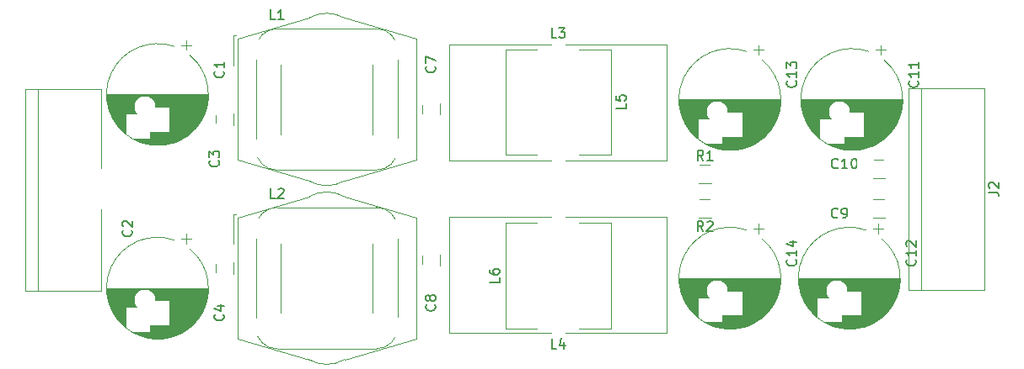
<source format=gto>
G04 #@! TF.GenerationSoftware,KiCad,Pcbnew,(5.1.4)-1*
G04 #@! TF.CreationDate,2021-09-06T00:09:17-04:00*
G04 #@! TF.ProjectId,controller_power_filter,636f6e74-726f-46c6-9c65-725f706f7765,rev?*
G04 #@! TF.SameCoordinates,Original*
G04 #@! TF.FileFunction,Legend,Top*
G04 #@! TF.FilePolarity,Positive*
%FSLAX46Y46*%
G04 Gerber Fmt 4.6, Leading zero omitted, Abs format (unit mm)*
G04 Created by KiCad (PCBNEW (5.1.4)-1) date 2021-09-06 00:09:17*
%MOMM*%
%LPD*%
G04 APERTURE LIST*
%ADD10C,0.120000*%
%ADD11C,0.150000*%
%ADD12C,0.100000*%
%ADD13R,3.702000X2.802000*%
%ADD14C,3.102000*%
%ADD15R,3.102000X3.102000*%
%ADD16C,2.102000*%
%ADD17R,2.102000X2.102000*%
%ADD18C,1.852000*%
%ADD19C,3.702000*%
G04 APERTURE END LIST*
D10*
X141450000Y-135950000D02*
X144650000Y-135950000D01*
X141450000Y-146550000D02*
X141450000Y-135950000D01*
X144650000Y-146550000D02*
X141450000Y-146550000D01*
X152050000Y-146550000D02*
X148850000Y-146550000D01*
X152050000Y-135950000D02*
X152050000Y-146550000D01*
X148850000Y-135950000D02*
X152050000Y-135950000D01*
X152050000Y-129050000D02*
X148850000Y-129050000D01*
X152050000Y-118450000D02*
X152050000Y-129050000D01*
X148850000Y-118450000D02*
X152050000Y-118450000D01*
X141450000Y-118450000D02*
X144650000Y-118450000D01*
X141450000Y-129050000D02*
X141450000Y-118450000D01*
X144650000Y-129050000D02*
X141450000Y-129050000D01*
X181940000Y-122380000D02*
X181940000Y-142700000D01*
X189560000Y-122380000D02*
X189560000Y-142700000D01*
X183210000Y-142700000D02*
X183210000Y-122380000D01*
X181940000Y-142700000D02*
X189560000Y-142700000D01*
X189560000Y-122380000D02*
X181940000Y-122380000D01*
X128120000Y-138000000D02*
X128120000Y-145000000D01*
X128120000Y-148620000D02*
X118880000Y-148620000D01*
X118880000Y-138000000D02*
X118880000Y-145000000D01*
X118880000Y-134380000D02*
X128120000Y-134380000D01*
X114150000Y-135050000D02*
X114400000Y-135050000D01*
X132470000Y-135400000D02*
X132470000Y-147600000D01*
X114530000Y-147600000D02*
X114530000Y-135400000D01*
X114150000Y-135050000D02*
X114150000Y-138050000D01*
X121730000Y-149710000D02*
X114530000Y-147600000D01*
X121713982Y-149706525D02*
G75*
G03X125280000Y-149710000I1786018J3086525D01*
G01*
X132470000Y-147600000D02*
X125280000Y-149710000D01*
X114530000Y-135400000D02*
X121730000Y-133290000D01*
X125291018Y-133302135D02*
G75*
G03X121730000Y-133290000I-1791018J-3077865D01*
G01*
X125270000Y-133290000D02*
X132470000Y-135400000D01*
X116380000Y-146500000D02*
X116380000Y-136500000D01*
X128500000Y-148620000D02*
X118500000Y-148620000D01*
X130620000Y-136500000D02*
X130620000Y-146500000D01*
X118500000Y-134380000D02*
X128500000Y-134380000D01*
X118500000Y-134380000D02*
G75*
G03X116380000Y-136500000I0J-2120000D01*
G01*
X116380000Y-146500000D02*
G75*
G03X118500000Y-148620000I2120000J0D01*
G01*
X128500000Y-148620000D02*
G75*
G03X130620000Y-146500000I0J2120000D01*
G01*
X130620000Y-136500000D02*
G75*
G03X128500000Y-134380000I-2120000J0D01*
G01*
X128120000Y-120000000D02*
X128120000Y-127000000D01*
X128120000Y-130620000D02*
X118880000Y-130620000D01*
X118880000Y-120000000D02*
X118880000Y-127000000D01*
X118880000Y-116380000D02*
X128120000Y-116380000D01*
X114150000Y-117050000D02*
X114400000Y-117050000D01*
X132470000Y-117400000D02*
X132470000Y-129600000D01*
X114530000Y-129600000D02*
X114530000Y-117400000D01*
X114150000Y-117050000D02*
X114150000Y-120050000D01*
X121730000Y-131710000D02*
X114530000Y-129600000D01*
X121713982Y-131706525D02*
G75*
G03X125280000Y-131710000I1786018J3086525D01*
G01*
X132470000Y-129600000D02*
X125280000Y-131710000D01*
X114530000Y-117400000D02*
X121730000Y-115290000D01*
X125291018Y-115302135D02*
G75*
G03X121730000Y-115290000I-1791018J-3077865D01*
G01*
X125270000Y-115290000D02*
X132470000Y-117400000D01*
X116380000Y-128500000D02*
X116380000Y-118500000D01*
X128500000Y-130620000D02*
X118500000Y-130620000D01*
X130620000Y-118500000D02*
X130620000Y-128500000D01*
X118500000Y-116380000D02*
X128500000Y-116380000D01*
X118500000Y-116380000D02*
G75*
G03X116380000Y-118500000I0J-2120000D01*
G01*
X116380000Y-128500000D02*
G75*
G03X118500000Y-130620000I2120000J0D01*
G01*
X128500000Y-130620000D02*
G75*
G03X130620000Y-128500000I0J2120000D01*
G01*
X130620000Y-118500000D02*
G75*
G03X128500000Y-116380000I-2120000J0D01*
G01*
X93190000Y-122460000D02*
X93190000Y-142780000D01*
X100810000Y-122460000D02*
X100810000Y-142780000D01*
X94460000Y-142780000D02*
X94460000Y-122460000D01*
X93190000Y-142780000D02*
X100810000Y-142780000D01*
X100810000Y-122460000D02*
X93190000Y-122460000D01*
X162102064Y-135410000D02*
X160897936Y-135410000D01*
X162102064Y-133590000D02*
X160897936Y-133590000D01*
X160897936Y-130090000D02*
X162102064Y-130090000D01*
X160897936Y-131910000D02*
X162102064Y-131910000D01*
X157665000Y-147025000D02*
X147475000Y-147025000D01*
X146025000Y-147025000D02*
X135835000Y-147025000D01*
X157665000Y-135355000D02*
X147475000Y-135355000D01*
X146025000Y-135355000D02*
X135835000Y-135355000D01*
X157665000Y-147025000D02*
X157665000Y-135355000D01*
X135835000Y-147025000D02*
X135835000Y-135355000D01*
X135835000Y-117975000D02*
X146025000Y-117975000D01*
X147475000Y-117975000D02*
X157665000Y-117975000D01*
X135835000Y-129645000D02*
X146025000Y-129645000D01*
X147475000Y-129645000D02*
X157665000Y-129645000D01*
X135835000Y-117975000D02*
X135835000Y-129645000D01*
X157665000Y-117975000D02*
X157665000Y-129645000D01*
X165713098Y-136675096D02*
G75*
G03X167260000Y-137551988I-1713098J-4824904D01*
G01*
X169080000Y-141500000D02*
X158920000Y-141500000D01*
X169080000Y-141540000D02*
X158920000Y-141540000D01*
X169080000Y-141580000D02*
X158920000Y-141580000D01*
X169079000Y-141620000D02*
X158921000Y-141620000D01*
X169078000Y-141660000D02*
X158922000Y-141660000D01*
X169077000Y-141700000D02*
X158923000Y-141700000D01*
X169075000Y-141740000D02*
X158925000Y-141740000D01*
X169073000Y-141780000D02*
X158927000Y-141780000D01*
X169070000Y-141820000D02*
X158930000Y-141820000D01*
X169068000Y-141860000D02*
X158932000Y-141860000D01*
X169065000Y-141900000D02*
X158935000Y-141900000D01*
X169062000Y-141940000D02*
X158938000Y-141940000D01*
X169058000Y-141980000D02*
X158942000Y-141980000D01*
X169054000Y-142020000D02*
X158946000Y-142020000D01*
X169050000Y-142060000D02*
X158950000Y-142060000D01*
X169045000Y-142100000D02*
X158955000Y-142100000D01*
X169040000Y-142140000D02*
X158960000Y-142140000D01*
X169035000Y-142180000D02*
X158965000Y-142180000D01*
X169030000Y-142221000D02*
X158970000Y-142221000D01*
X169024000Y-142261000D02*
X158976000Y-142261000D01*
X169018000Y-142301000D02*
X158982000Y-142301000D01*
X169011000Y-142341000D02*
X158989000Y-142341000D01*
X169004000Y-142381000D02*
X158996000Y-142381000D01*
X168997000Y-142421000D02*
X159003000Y-142421000D01*
X168990000Y-142461000D02*
X159010000Y-142461000D01*
X168982000Y-142501000D02*
X159018000Y-142501000D01*
X168974000Y-142541000D02*
X159026000Y-142541000D01*
X168965000Y-142581000D02*
X159035000Y-142581000D01*
X168956000Y-142621000D02*
X159044000Y-142621000D01*
X168947000Y-142661000D02*
X159053000Y-142661000D01*
X168938000Y-142701000D02*
X159062000Y-142701000D01*
X168928000Y-142741000D02*
X159072000Y-142741000D01*
X168918000Y-142781000D02*
X165241000Y-142781000D01*
X162759000Y-142781000D02*
X159082000Y-142781000D01*
X168907000Y-142821000D02*
X165241000Y-142821000D01*
X162759000Y-142821000D02*
X159093000Y-142821000D01*
X168897000Y-142861000D02*
X165241000Y-142861000D01*
X162759000Y-142861000D02*
X159103000Y-142861000D01*
X168885000Y-142901000D02*
X165241000Y-142901000D01*
X162759000Y-142901000D02*
X159115000Y-142901000D01*
X168874000Y-142941000D02*
X165241000Y-142941000D01*
X162759000Y-142941000D02*
X159126000Y-142941000D01*
X168862000Y-142981000D02*
X165241000Y-142981000D01*
X162759000Y-142981000D02*
X159138000Y-142981000D01*
X168850000Y-143021000D02*
X165241000Y-143021000D01*
X162759000Y-143021000D02*
X159150000Y-143021000D01*
X168837000Y-143061000D02*
X165241000Y-143061000D01*
X162759000Y-143061000D02*
X159163000Y-143061000D01*
X168824000Y-143101000D02*
X165241000Y-143101000D01*
X162759000Y-143101000D02*
X159176000Y-143101000D01*
X168811000Y-143141000D02*
X165241000Y-143141000D01*
X162759000Y-143141000D02*
X159189000Y-143141000D01*
X168797000Y-143181000D02*
X165241000Y-143181000D01*
X162759000Y-143181000D02*
X159203000Y-143181000D01*
X168783000Y-143221000D02*
X165241000Y-143221000D01*
X162759000Y-143221000D02*
X159217000Y-143221000D01*
X168768000Y-143261000D02*
X165241000Y-143261000D01*
X162759000Y-143261000D02*
X159232000Y-143261000D01*
X168754000Y-143301000D02*
X165241000Y-143301000D01*
X162759000Y-143301000D02*
X159246000Y-143301000D01*
X168738000Y-143341000D02*
X165241000Y-143341000D01*
X162759000Y-143341000D02*
X159262000Y-143341000D01*
X168723000Y-143381000D02*
X165241000Y-143381000D01*
X162759000Y-143381000D02*
X159277000Y-143381000D01*
X168707000Y-143421000D02*
X165241000Y-143421000D01*
X162759000Y-143421000D02*
X159293000Y-143421000D01*
X168690000Y-143461000D02*
X165241000Y-143461000D01*
X160760000Y-143461000D02*
X159310000Y-143461000D01*
X168674000Y-143501000D02*
X165241000Y-143501000D01*
X160760000Y-143501000D02*
X159326000Y-143501000D01*
X168657000Y-143541000D02*
X165241000Y-143541000D01*
X160760000Y-143541000D02*
X159343000Y-143541000D01*
X168639000Y-143581000D02*
X165241000Y-143581000D01*
X160760000Y-143581000D02*
X159361000Y-143581000D01*
X168621000Y-143621000D02*
X165241000Y-143621000D01*
X160760000Y-143621000D02*
X159379000Y-143621000D01*
X168603000Y-143661000D02*
X165241000Y-143661000D01*
X160760000Y-143661000D02*
X159397000Y-143661000D01*
X168584000Y-143701000D02*
X165241000Y-143701000D01*
X160760000Y-143701000D02*
X159416000Y-143701000D01*
X168564000Y-143741000D02*
X165241000Y-143741000D01*
X160760000Y-143741000D02*
X159436000Y-143741000D01*
X168545000Y-143781000D02*
X165241000Y-143781000D01*
X160760000Y-143781000D02*
X159455000Y-143781000D01*
X168525000Y-143821000D02*
X165241000Y-143821000D01*
X160760000Y-143821000D02*
X159475000Y-143821000D01*
X168504000Y-143861000D02*
X165241000Y-143861000D01*
X160760000Y-143861000D02*
X159496000Y-143861000D01*
X168483000Y-143901000D02*
X165241000Y-143901000D01*
X160760000Y-143901000D02*
X159517000Y-143901000D01*
X168462000Y-143941000D02*
X165241000Y-143941000D01*
X160760000Y-143941000D02*
X159538000Y-143941000D01*
X168440000Y-143981000D02*
X165241000Y-143981000D01*
X160760000Y-143981000D02*
X159560000Y-143981000D01*
X168417000Y-144021000D02*
X165241000Y-144021000D01*
X160760000Y-144021000D02*
X159583000Y-144021000D01*
X168395000Y-144061000D02*
X165241000Y-144061000D01*
X160760000Y-144061000D02*
X159605000Y-144061000D01*
X168371000Y-144101000D02*
X165241000Y-144101000D01*
X160760000Y-144101000D02*
X159629000Y-144101000D01*
X168347000Y-144141000D02*
X165241000Y-144141000D01*
X160760000Y-144141000D02*
X159653000Y-144141000D01*
X168323000Y-144181000D02*
X165241000Y-144181000D01*
X160760000Y-144181000D02*
X159677000Y-144181000D01*
X168298000Y-144221000D02*
X165241000Y-144221000D01*
X160760000Y-144221000D02*
X159702000Y-144221000D01*
X168273000Y-144261000D02*
X165241000Y-144261000D01*
X160760000Y-144261000D02*
X159727000Y-144261000D01*
X168247000Y-144301000D02*
X165241000Y-144301000D01*
X160760000Y-144301000D02*
X159753000Y-144301000D01*
X168221000Y-144341000D02*
X165241000Y-144341000D01*
X160760000Y-144341000D02*
X159779000Y-144341000D01*
X168194000Y-144381000D02*
X165241000Y-144381000D01*
X160760000Y-144381000D02*
X159806000Y-144381000D01*
X168166000Y-144421000D02*
X165241000Y-144421000D01*
X160760000Y-144421000D02*
X159834000Y-144421000D01*
X168138000Y-144461000D02*
X165241000Y-144461000D01*
X160760000Y-144461000D02*
X159862000Y-144461000D01*
X168110000Y-144501000D02*
X165241000Y-144501000D01*
X160760000Y-144501000D02*
X159890000Y-144501000D01*
X168080000Y-144541000D02*
X165241000Y-144541000D01*
X160760000Y-144541000D02*
X159920000Y-144541000D01*
X168050000Y-144581000D02*
X165241000Y-144581000D01*
X160760000Y-144581000D02*
X159950000Y-144581000D01*
X168020000Y-144621000D02*
X165241000Y-144621000D01*
X160760000Y-144621000D02*
X159980000Y-144621000D01*
X167989000Y-144661000D02*
X165241000Y-144661000D01*
X160760000Y-144661000D02*
X160011000Y-144661000D01*
X167957000Y-144701000D02*
X165241000Y-144701000D01*
X160760000Y-144701000D02*
X160043000Y-144701000D01*
X167925000Y-144741000D02*
X165241000Y-144741000D01*
X160760000Y-144741000D02*
X160075000Y-144741000D01*
X167892000Y-144781000D02*
X165241000Y-144781000D01*
X160760000Y-144781000D02*
X160108000Y-144781000D01*
X167858000Y-144821000D02*
X165241000Y-144821000D01*
X160760000Y-144821000D02*
X160142000Y-144821000D01*
X167824000Y-144861000D02*
X165241000Y-144861000D01*
X160760000Y-144861000D02*
X160176000Y-144861000D01*
X167789000Y-144901000D02*
X165241000Y-144901000D01*
X160760000Y-144901000D02*
X160211000Y-144901000D01*
X167753000Y-144941000D02*
X165241000Y-144941000D01*
X160760000Y-144941000D02*
X160247000Y-144941000D01*
X167716000Y-144981000D02*
X165241000Y-144981000D01*
X160760000Y-144981000D02*
X160284000Y-144981000D01*
X167679000Y-145021000D02*
X165241000Y-145021000D01*
X160760000Y-145021000D02*
X160321000Y-145021000D01*
X167640000Y-145061000D02*
X165241000Y-145061000D01*
X160760000Y-145061000D02*
X160360000Y-145061000D01*
X167601000Y-145101000D02*
X165241000Y-145101000D01*
X160760000Y-145101000D02*
X160399000Y-145101000D01*
X167561000Y-145141000D02*
X165241000Y-145141000D01*
X160760000Y-145141000D02*
X160439000Y-145141000D01*
X167520000Y-145181000D02*
X165241000Y-145181000D01*
X160760000Y-145181000D02*
X160480000Y-145181000D01*
X167478000Y-145221000D02*
X165241000Y-145221000D01*
X160760000Y-145221000D02*
X160522000Y-145221000D01*
X167436000Y-145261000D02*
X163240000Y-145261000D01*
X160760000Y-145261000D02*
X160564000Y-145261000D01*
X167392000Y-145301000D02*
X163240000Y-145301000D01*
X160760000Y-145301000D02*
X160608000Y-145301000D01*
X167347000Y-145341000D02*
X163240000Y-145341000D01*
X160760000Y-145341000D02*
X160653000Y-145341000D01*
X167301000Y-145381000D02*
X163240000Y-145381000D01*
X160760000Y-145381000D02*
X160699000Y-145381000D01*
X167254000Y-145421000D02*
X163240000Y-145421000D01*
X160760000Y-145421000D02*
X160746000Y-145421000D01*
X167206000Y-145461000D02*
X163240000Y-145461000D01*
X167156000Y-145501000D02*
X163240000Y-145501000D01*
X167106000Y-145541000D02*
X163240000Y-145541000D01*
X167054000Y-145581000D02*
X163240000Y-145581000D01*
X167000000Y-145621000D02*
X163240000Y-145621000D01*
X166945000Y-145661000D02*
X163240000Y-145661000D01*
X166889000Y-145701000D02*
X163240000Y-145701000D01*
X166830000Y-145741000D02*
X163240000Y-145741000D01*
X166770000Y-145781000D02*
X163240000Y-145781000D01*
X166709000Y-145821000D02*
X163240000Y-145821000D01*
X166645000Y-145861000D02*
X163240000Y-145861000D01*
X166579000Y-145901000D02*
X163240000Y-145901000D01*
X166510000Y-145941000D02*
X161490000Y-145941000D01*
X166439000Y-145981000D02*
X161561000Y-145981000D01*
X166365000Y-146021000D02*
X161635000Y-146021000D01*
X166289000Y-146061000D02*
X161711000Y-146061000D01*
X166209000Y-146101000D02*
X161791000Y-146101000D01*
X166125000Y-146141000D02*
X161875000Y-146141000D01*
X166037000Y-146181000D02*
X161963000Y-146181000D01*
X165944000Y-146221000D02*
X162056000Y-146221000D01*
X165846000Y-146261000D02*
X162154000Y-146261000D01*
X165742000Y-146301000D02*
X162258000Y-146301000D01*
X165630000Y-146341000D02*
X162370000Y-146341000D01*
X165510000Y-146381000D02*
X162490000Y-146381000D01*
X165378000Y-146421000D02*
X162622000Y-146421000D01*
X165230000Y-146461000D02*
X162770000Y-146461000D01*
X165062000Y-146501000D02*
X162938000Y-146501000D01*
X164862000Y-146541000D02*
X163138000Y-146541000D01*
X164599000Y-146581000D02*
X163401000Y-146581000D01*
X166875000Y-136020354D02*
X166875000Y-137020354D01*
X167375000Y-136520354D02*
X166375000Y-136520354D01*
X165713098Y-118675096D02*
G75*
G03X167260000Y-119551988I-1713098J-4824904D01*
G01*
X169080000Y-123500000D02*
X158920000Y-123500000D01*
X169080000Y-123540000D02*
X158920000Y-123540000D01*
X169080000Y-123580000D02*
X158920000Y-123580000D01*
X169079000Y-123620000D02*
X158921000Y-123620000D01*
X169078000Y-123660000D02*
X158922000Y-123660000D01*
X169077000Y-123700000D02*
X158923000Y-123700000D01*
X169075000Y-123740000D02*
X158925000Y-123740000D01*
X169073000Y-123780000D02*
X158927000Y-123780000D01*
X169070000Y-123820000D02*
X158930000Y-123820000D01*
X169068000Y-123860000D02*
X158932000Y-123860000D01*
X169065000Y-123900000D02*
X158935000Y-123900000D01*
X169062000Y-123940000D02*
X158938000Y-123940000D01*
X169058000Y-123980000D02*
X158942000Y-123980000D01*
X169054000Y-124020000D02*
X158946000Y-124020000D01*
X169050000Y-124060000D02*
X158950000Y-124060000D01*
X169045000Y-124100000D02*
X158955000Y-124100000D01*
X169040000Y-124140000D02*
X158960000Y-124140000D01*
X169035000Y-124180000D02*
X158965000Y-124180000D01*
X169030000Y-124221000D02*
X158970000Y-124221000D01*
X169024000Y-124261000D02*
X158976000Y-124261000D01*
X169018000Y-124301000D02*
X158982000Y-124301000D01*
X169011000Y-124341000D02*
X158989000Y-124341000D01*
X169004000Y-124381000D02*
X158996000Y-124381000D01*
X168997000Y-124421000D02*
X159003000Y-124421000D01*
X168990000Y-124461000D02*
X159010000Y-124461000D01*
X168982000Y-124501000D02*
X159018000Y-124501000D01*
X168974000Y-124541000D02*
X159026000Y-124541000D01*
X168965000Y-124581000D02*
X159035000Y-124581000D01*
X168956000Y-124621000D02*
X159044000Y-124621000D01*
X168947000Y-124661000D02*
X159053000Y-124661000D01*
X168938000Y-124701000D02*
X159062000Y-124701000D01*
X168928000Y-124741000D02*
X159072000Y-124741000D01*
X168918000Y-124781000D02*
X165241000Y-124781000D01*
X162759000Y-124781000D02*
X159082000Y-124781000D01*
X168907000Y-124821000D02*
X165241000Y-124821000D01*
X162759000Y-124821000D02*
X159093000Y-124821000D01*
X168897000Y-124861000D02*
X165241000Y-124861000D01*
X162759000Y-124861000D02*
X159103000Y-124861000D01*
X168885000Y-124901000D02*
X165241000Y-124901000D01*
X162759000Y-124901000D02*
X159115000Y-124901000D01*
X168874000Y-124941000D02*
X165241000Y-124941000D01*
X162759000Y-124941000D02*
X159126000Y-124941000D01*
X168862000Y-124981000D02*
X165241000Y-124981000D01*
X162759000Y-124981000D02*
X159138000Y-124981000D01*
X168850000Y-125021000D02*
X165241000Y-125021000D01*
X162759000Y-125021000D02*
X159150000Y-125021000D01*
X168837000Y-125061000D02*
X165241000Y-125061000D01*
X162759000Y-125061000D02*
X159163000Y-125061000D01*
X168824000Y-125101000D02*
X165241000Y-125101000D01*
X162759000Y-125101000D02*
X159176000Y-125101000D01*
X168811000Y-125141000D02*
X165241000Y-125141000D01*
X162759000Y-125141000D02*
X159189000Y-125141000D01*
X168797000Y-125181000D02*
X165241000Y-125181000D01*
X162759000Y-125181000D02*
X159203000Y-125181000D01*
X168783000Y-125221000D02*
X165241000Y-125221000D01*
X162759000Y-125221000D02*
X159217000Y-125221000D01*
X168768000Y-125261000D02*
X165241000Y-125261000D01*
X162759000Y-125261000D02*
X159232000Y-125261000D01*
X168754000Y-125301000D02*
X165241000Y-125301000D01*
X162759000Y-125301000D02*
X159246000Y-125301000D01*
X168738000Y-125341000D02*
X165241000Y-125341000D01*
X162759000Y-125341000D02*
X159262000Y-125341000D01*
X168723000Y-125381000D02*
X165241000Y-125381000D01*
X162759000Y-125381000D02*
X159277000Y-125381000D01*
X168707000Y-125421000D02*
X165241000Y-125421000D01*
X162759000Y-125421000D02*
X159293000Y-125421000D01*
X168690000Y-125461000D02*
X165241000Y-125461000D01*
X160760000Y-125461000D02*
X159310000Y-125461000D01*
X168674000Y-125501000D02*
X165241000Y-125501000D01*
X160760000Y-125501000D02*
X159326000Y-125501000D01*
X168657000Y-125541000D02*
X165241000Y-125541000D01*
X160760000Y-125541000D02*
X159343000Y-125541000D01*
X168639000Y-125581000D02*
X165241000Y-125581000D01*
X160760000Y-125581000D02*
X159361000Y-125581000D01*
X168621000Y-125621000D02*
X165241000Y-125621000D01*
X160760000Y-125621000D02*
X159379000Y-125621000D01*
X168603000Y-125661000D02*
X165241000Y-125661000D01*
X160760000Y-125661000D02*
X159397000Y-125661000D01*
X168584000Y-125701000D02*
X165241000Y-125701000D01*
X160760000Y-125701000D02*
X159416000Y-125701000D01*
X168564000Y-125741000D02*
X165241000Y-125741000D01*
X160760000Y-125741000D02*
X159436000Y-125741000D01*
X168545000Y-125781000D02*
X165241000Y-125781000D01*
X160760000Y-125781000D02*
X159455000Y-125781000D01*
X168525000Y-125821000D02*
X165241000Y-125821000D01*
X160760000Y-125821000D02*
X159475000Y-125821000D01*
X168504000Y-125861000D02*
X165241000Y-125861000D01*
X160760000Y-125861000D02*
X159496000Y-125861000D01*
X168483000Y-125901000D02*
X165241000Y-125901000D01*
X160760000Y-125901000D02*
X159517000Y-125901000D01*
X168462000Y-125941000D02*
X165241000Y-125941000D01*
X160760000Y-125941000D02*
X159538000Y-125941000D01*
X168440000Y-125981000D02*
X165241000Y-125981000D01*
X160760000Y-125981000D02*
X159560000Y-125981000D01*
X168417000Y-126021000D02*
X165241000Y-126021000D01*
X160760000Y-126021000D02*
X159583000Y-126021000D01*
X168395000Y-126061000D02*
X165241000Y-126061000D01*
X160760000Y-126061000D02*
X159605000Y-126061000D01*
X168371000Y-126101000D02*
X165241000Y-126101000D01*
X160760000Y-126101000D02*
X159629000Y-126101000D01*
X168347000Y-126141000D02*
X165241000Y-126141000D01*
X160760000Y-126141000D02*
X159653000Y-126141000D01*
X168323000Y-126181000D02*
X165241000Y-126181000D01*
X160760000Y-126181000D02*
X159677000Y-126181000D01*
X168298000Y-126221000D02*
X165241000Y-126221000D01*
X160760000Y-126221000D02*
X159702000Y-126221000D01*
X168273000Y-126261000D02*
X165241000Y-126261000D01*
X160760000Y-126261000D02*
X159727000Y-126261000D01*
X168247000Y-126301000D02*
X165241000Y-126301000D01*
X160760000Y-126301000D02*
X159753000Y-126301000D01*
X168221000Y-126341000D02*
X165241000Y-126341000D01*
X160760000Y-126341000D02*
X159779000Y-126341000D01*
X168194000Y-126381000D02*
X165241000Y-126381000D01*
X160760000Y-126381000D02*
X159806000Y-126381000D01*
X168166000Y-126421000D02*
X165241000Y-126421000D01*
X160760000Y-126421000D02*
X159834000Y-126421000D01*
X168138000Y-126461000D02*
X165241000Y-126461000D01*
X160760000Y-126461000D02*
X159862000Y-126461000D01*
X168110000Y-126501000D02*
X165241000Y-126501000D01*
X160760000Y-126501000D02*
X159890000Y-126501000D01*
X168080000Y-126541000D02*
X165241000Y-126541000D01*
X160760000Y-126541000D02*
X159920000Y-126541000D01*
X168050000Y-126581000D02*
X165241000Y-126581000D01*
X160760000Y-126581000D02*
X159950000Y-126581000D01*
X168020000Y-126621000D02*
X165241000Y-126621000D01*
X160760000Y-126621000D02*
X159980000Y-126621000D01*
X167989000Y-126661000D02*
X165241000Y-126661000D01*
X160760000Y-126661000D02*
X160011000Y-126661000D01*
X167957000Y-126701000D02*
X165241000Y-126701000D01*
X160760000Y-126701000D02*
X160043000Y-126701000D01*
X167925000Y-126741000D02*
X165241000Y-126741000D01*
X160760000Y-126741000D02*
X160075000Y-126741000D01*
X167892000Y-126781000D02*
X165241000Y-126781000D01*
X160760000Y-126781000D02*
X160108000Y-126781000D01*
X167858000Y-126821000D02*
X165241000Y-126821000D01*
X160760000Y-126821000D02*
X160142000Y-126821000D01*
X167824000Y-126861000D02*
X165241000Y-126861000D01*
X160760000Y-126861000D02*
X160176000Y-126861000D01*
X167789000Y-126901000D02*
X165241000Y-126901000D01*
X160760000Y-126901000D02*
X160211000Y-126901000D01*
X167753000Y-126941000D02*
X165241000Y-126941000D01*
X160760000Y-126941000D02*
X160247000Y-126941000D01*
X167716000Y-126981000D02*
X165241000Y-126981000D01*
X160760000Y-126981000D02*
X160284000Y-126981000D01*
X167679000Y-127021000D02*
X165241000Y-127021000D01*
X160760000Y-127021000D02*
X160321000Y-127021000D01*
X167640000Y-127061000D02*
X165241000Y-127061000D01*
X160760000Y-127061000D02*
X160360000Y-127061000D01*
X167601000Y-127101000D02*
X165241000Y-127101000D01*
X160760000Y-127101000D02*
X160399000Y-127101000D01*
X167561000Y-127141000D02*
X165241000Y-127141000D01*
X160760000Y-127141000D02*
X160439000Y-127141000D01*
X167520000Y-127181000D02*
X165241000Y-127181000D01*
X160760000Y-127181000D02*
X160480000Y-127181000D01*
X167478000Y-127221000D02*
X165241000Y-127221000D01*
X160760000Y-127221000D02*
X160522000Y-127221000D01*
X167436000Y-127261000D02*
X163240000Y-127261000D01*
X160760000Y-127261000D02*
X160564000Y-127261000D01*
X167392000Y-127301000D02*
X163240000Y-127301000D01*
X160760000Y-127301000D02*
X160608000Y-127301000D01*
X167347000Y-127341000D02*
X163240000Y-127341000D01*
X160760000Y-127341000D02*
X160653000Y-127341000D01*
X167301000Y-127381000D02*
X163240000Y-127381000D01*
X160760000Y-127381000D02*
X160699000Y-127381000D01*
X167254000Y-127421000D02*
X163240000Y-127421000D01*
X160760000Y-127421000D02*
X160746000Y-127421000D01*
X167206000Y-127461000D02*
X163240000Y-127461000D01*
X167156000Y-127501000D02*
X163240000Y-127501000D01*
X167106000Y-127541000D02*
X163240000Y-127541000D01*
X167054000Y-127581000D02*
X163240000Y-127581000D01*
X167000000Y-127621000D02*
X163240000Y-127621000D01*
X166945000Y-127661000D02*
X163240000Y-127661000D01*
X166889000Y-127701000D02*
X163240000Y-127701000D01*
X166830000Y-127741000D02*
X163240000Y-127741000D01*
X166770000Y-127781000D02*
X163240000Y-127781000D01*
X166709000Y-127821000D02*
X163240000Y-127821000D01*
X166645000Y-127861000D02*
X163240000Y-127861000D01*
X166579000Y-127901000D02*
X163240000Y-127901000D01*
X166510000Y-127941000D02*
X161490000Y-127941000D01*
X166439000Y-127981000D02*
X161561000Y-127981000D01*
X166365000Y-128021000D02*
X161635000Y-128021000D01*
X166289000Y-128061000D02*
X161711000Y-128061000D01*
X166209000Y-128101000D02*
X161791000Y-128101000D01*
X166125000Y-128141000D02*
X161875000Y-128141000D01*
X166037000Y-128181000D02*
X161963000Y-128181000D01*
X165944000Y-128221000D02*
X162056000Y-128221000D01*
X165846000Y-128261000D02*
X162154000Y-128261000D01*
X165742000Y-128301000D02*
X162258000Y-128301000D01*
X165630000Y-128341000D02*
X162370000Y-128341000D01*
X165510000Y-128381000D02*
X162490000Y-128381000D01*
X165378000Y-128421000D02*
X162622000Y-128421000D01*
X165230000Y-128461000D02*
X162770000Y-128461000D01*
X165062000Y-128501000D02*
X162938000Y-128501000D01*
X164862000Y-128541000D02*
X163138000Y-128541000D01*
X164599000Y-128581000D02*
X163401000Y-128581000D01*
X166875000Y-118020354D02*
X166875000Y-119020354D01*
X167375000Y-118520354D02*
X166375000Y-118520354D01*
X177713098Y-136675096D02*
G75*
G03X179260000Y-137551988I-1713098J-4824904D01*
G01*
X181080000Y-141500000D02*
X170920000Y-141500000D01*
X181080000Y-141540000D02*
X170920000Y-141540000D01*
X181080000Y-141580000D02*
X170920000Y-141580000D01*
X181079000Y-141620000D02*
X170921000Y-141620000D01*
X181078000Y-141660000D02*
X170922000Y-141660000D01*
X181077000Y-141700000D02*
X170923000Y-141700000D01*
X181075000Y-141740000D02*
X170925000Y-141740000D01*
X181073000Y-141780000D02*
X170927000Y-141780000D01*
X181070000Y-141820000D02*
X170930000Y-141820000D01*
X181068000Y-141860000D02*
X170932000Y-141860000D01*
X181065000Y-141900000D02*
X170935000Y-141900000D01*
X181062000Y-141940000D02*
X170938000Y-141940000D01*
X181058000Y-141980000D02*
X170942000Y-141980000D01*
X181054000Y-142020000D02*
X170946000Y-142020000D01*
X181050000Y-142060000D02*
X170950000Y-142060000D01*
X181045000Y-142100000D02*
X170955000Y-142100000D01*
X181040000Y-142140000D02*
X170960000Y-142140000D01*
X181035000Y-142180000D02*
X170965000Y-142180000D01*
X181030000Y-142221000D02*
X170970000Y-142221000D01*
X181024000Y-142261000D02*
X170976000Y-142261000D01*
X181018000Y-142301000D02*
X170982000Y-142301000D01*
X181011000Y-142341000D02*
X170989000Y-142341000D01*
X181004000Y-142381000D02*
X170996000Y-142381000D01*
X180997000Y-142421000D02*
X171003000Y-142421000D01*
X180990000Y-142461000D02*
X171010000Y-142461000D01*
X180982000Y-142501000D02*
X171018000Y-142501000D01*
X180974000Y-142541000D02*
X171026000Y-142541000D01*
X180965000Y-142581000D02*
X171035000Y-142581000D01*
X180956000Y-142621000D02*
X171044000Y-142621000D01*
X180947000Y-142661000D02*
X171053000Y-142661000D01*
X180938000Y-142701000D02*
X171062000Y-142701000D01*
X180928000Y-142741000D02*
X171072000Y-142741000D01*
X180918000Y-142781000D02*
X177241000Y-142781000D01*
X174759000Y-142781000D02*
X171082000Y-142781000D01*
X180907000Y-142821000D02*
X177241000Y-142821000D01*
X174759000Y-142821000D02*
X171093000Y-142821000D01*
X180897000Y-142861000D02*
X177241000Y-142861000D01*
X174759000Y-142861000D02*
X171103000Y-142861000D01*
X180885000Y-142901000D02*
X177241000Y-142901000D01*
X174759000Y-142901000D02*
X171115000Y-142901000D01*
X180874000Y-142941000D02*
X177241000Y-142941000D01*
X174759000Y-142941000D02*
X171126000Y-142941000D01*
X180862000Y-142981000D02*
X177241000Y-142981000D01*
X174759000Y-142981000D02*
X171138000Y-142981000D01*
X180850000Y-143021000D02*
X177241000Y-143021000D01*
X174759000Y-143021000D02*
X171150000Y-143021000D01*
X180837000Y-143061000D02*
X177241000Y-143061000D01*
X174759000Y-143061000D02*
X171163000Y-143061000D01*
X180824000Y-143101000D02*
X177241000Y-143101000D01*
X174759000Y-143101000D02*
X171176000Y-143101000D01*
X180811000Y-143141000D02*
X177241000Y-143141000D01*
X174759000Y-143141000D02*
X171189000Y-143141000D01*
X180797000Y-143181000D02*
X177241000Y-143181000D01*
X174759000Y-143181000D02*
X171203000Y-143181000D01*
X180783000Y-143221000D02*
X177241000Y-143221000D01*
X174759000Y-143221000D02*
X171217000Y-143221000D01*
X180768000Y-143261000D02*
X177241000Y-143261000D01*
X174759000Y-143261000D02*
X171232000Y-143261000D01*
X180754000Y-143301000D02*
X177241000Y-143301000D01*
X174759000Y-143301000D02*
X171246000Y-143301000D01*
X180738000Y-143341000D02*
X177241000Y-143341000D01*
X174759000Y-143341000D02*
X171262000Y-143341000D01*
X180723000Y-143381000D02*
X177241000Y-143381000D01*
X174759000Y-143381000D02*
X171277000Y-143381000D01*
X180707000Y-143421000D02*
X177241000Y-143421000D01*
X174759000Y-143421000D02*
X171293000Y-143421000D01*
X180690000Y-143461000D02*
X177241000Y-143461000D01*
X172760000Y-143461000D02*
X171310000Y-143461000D01*
X180674000Y-143501000D02*
X177241000Y-143501000D01*
X172760000Y-143501000D02*
X171326000Y-143501000D01*
X180657000Y-143541000D02*
X177241000Y-143541000D01*
X172760000Y-143541000D02*
X171343000Y-143541000D01*
X180639000Y-143581000D02*
X177241000Y-143581000D01*
X172760000Y-143581000D02*
X171361000Y-143581000D01*
X180621000Y-143621000D02*
X177241000Y-143621000D01*
X172760000Y-143621000D02*
X171379000Y-143621000D01*
X180603000Y-143661000D02*
X177241000Y-143661000D01*
X172760000Y-143661000D02*
X171397000Y-143661000D01*
X180584000Y-143701000D02*
X177241000Y-143701000D01*
X172760000Y-143701000D02*
X171416000Y-143701000D01*
X180564000Y-143741000D02*
X177241000Y-143741000D01*
X172760000Y-143741000D02*
X171436000Y-143741000D01*
X180545000Y-143781000D02*
X177241000Y-143781000D01*
X172760000Y-143781000D02*
X171455000Y-143781000D01*
X180525000Y-143821000D02*
X177241000Y-143821000D01*
X172760000Y-143821000D02*
X171475000Y-143821000D01*
X180504000Y-143861000D02*
X177241000Y-143861000D01*
X172760000Y-143861000D02*
X171496000Y-143861000D01*
X180483000Y-143901000D02*
X177241000Y-143901000D01*
X172760000Y-143901000D02*
X171517000Y-143901000D01*
X180462000Y-143941000D02*
X177241000Y-143941000D01*
X172760000Y-143941000D02*
X171538000Y-143941000D01*
X180440000Y-143981000D02*
X177241000Y-143981000D01*
X172760000Y-143981000D02*
X171560000Y-143981000D01*
X180417000Y-144021000D02*
X177241000Y-144021000D01*
X172760000Y-144021000D02*
X171583000Y-144021000D01*
X180395000Y-144061000D02*
X177241000Y-144061000D01*
X172760000Y-144061000D02*
X171605000Y-144061000D01*
X180371000Y-144101000D02*
X177241000Y-144101000D01*
X172760000Y-144101000D02*
X171629000Y-144101000D01*
X180347000Y-144141000D02*
X177241000Y-144141000D01*
X172760000Y-144141000D02*
X171653000Y-144141000D01*
X180323000Y-144181000D02*
X177241000Y-144181000D01*
X172760000Y-144181000D02*
X171677000Y-144181000D01*
X180298000Y-144221000D02*
X177241000Y-144221000D01*
X172760000Y-144221000D02*
X171702000Y-144221000D01*
X180273000Y-144261000D02*
X177241000Y-144261000D01*
X172760000Y-144261000D02*
X171727000Y-144261000D01*
X180247000Y-144301000D02*
X177241000Y-144301000D01*
X172760000Y-144301000D02*
X171753000Y-144301000D01*
X180221000Y-144341000D02*
X177241000Y-144341000D01*
X172760000Y-144341000D02*
X171779000Y-144341000D01*
X180194000Y-144381000D02*
X177241000Y-144381000D01*
X172760000Y-144381000D02*
X171806000Y-144381000D01*
X180166000Y-144421000D02*
X177241000Y-144421000D01*
X172760000Y-144421000D02*
X171834000Y-144421000D01*
X180138000Y-144461000D02*
X177241000Y-144461000D01*
X172760000Y-144461000D02*
X171862000Y-144461000D01*
X180110000Y-144501000D02*
X177241000Y-144501000D01*
X172760000Y-144501000D02*
X171890000Y-144501000D01*
X180080000Y-144541000D02*
X177241000Y-144541000D01*
X172760000Y-144541000D02*
X171920000Y-144541000D01*
X180050000Y-144581000D02*
X177241000Y-144581000D01*
X172760000Y-144581000D02*
X171950000Y-144581000D01*
X180020000Y-144621000D02*
X177241000Y-144621000D01*
X172760000Y-144621000D02*
X171980000Y-144621000D01*
X179989000Y-144661000D02*
X177241000Y-144661000D01*
X172760000Y-144661000D02*
X172011000Y-144661000D01*
X179957000Y-144701000D02*
X177241000Y-144701000D01*
X172760000Y-144701000D02*
X172043000Y-144701000D01*
X179925000Y-144741000D02*
X177241000Y-144741000D01*
X172760000Y-144741000D02*
X172075000Y-144741000D01*
X179892000Y-144781000D02*
X177241000Y-144781000D01*
X172760000Y-144781000D02*
X172108000Y-144781000D01*
X179858000Y-144821000D02*
X177241000Y-144821000D01*
X172760000Y-144821000D02*
X172142000Y-144821000D01*
X179824000Y-144861000D02*
X177241000Y-144861000D01*
X172760000Y-144861000D02*
X172176000Y-144861000D01*
X179789000Y-144901000D02*
X177241000Y-144901000D01*
X172760000Y-144901000D02*
X172211000Y-144901000D01*
X179753000Y-144941000D02*
X177241000Y-144941000D01*
X172760000Y-144941000D02*
X172247000Y-144941000D01*
X179716000Y-144981000D02*
X177241000Y-144981000D01*
X172760000Y-144981000D02*
X172284000Y-144981000D01*
X179679000Y-145021000D02*
X177241000Y-145021000D01*
X172760000Y-145021000D02*
X172321000Y-145021000D01*
X179640000Y-145061000D02*
X177241000Y-145061000D01*
X172760000Y-145061000D02*
X172360000Y-145061000D01*
X179601000Y-145101000D02*
X177241000Y-145101000D01*
X172760000Y-145101000D02*
X172399000Y-145101000D01*
X179561000Y-145141000D02*
X177241000Y-145141000D01*
X172760000Y-145141000D02*
X172439000Y-145141000D01*
X179520000Y-145181000D02*
X177241000Y-145181000D01*
X172760000Y-145181000D02*
X172480000Y-145181000D01*
X179478000Y-145221000D02*
X177241000Y-145221000D01*
X172760000Y-145221000D02*
X172522000Y-145221000D01*
X179436000Y-145261000D02*
X175240000Y-145261000D01*
X172760000Y-145261000D02*
X172564000Y-145261000D01*
X179392000Y-145301000D02*
X175240000Y-145301000D01*
X172760000Y-145301000D02*
X172608000Y-145301000D01*
X179347000Y-145341000D02*
X175240000Y-145341000D01*
X172760000Y-145341000D02*
X172653000Y-145341000D01*
X179301000Y-145381000D02*
X175240000Y-145381000D01*
X172760000Y-145381000D02*
X172699000Y-145381000D01*
X179254000Y-145421000D02*
X175240000Y-145421000D01*
X172760000Y-145421000D02*
X172746000Y-145421000D01*
X179206000Y-145461000D02*
X175240000Y-145461000D01*
X179156000Y-145501000D02*
X175240000Y-145501000D01*
X179106000Y-145541000D02*
X175240000Y-145541000D01*
X179054000Y-145581000D02*
X175240000Y-145581000D01*
X179000000Y-145621000D02*
X175240000Y-145621000D01*
X178945000Y-145661000D02*
X175240000Y-145661000D01*
X178889000Y-145701000D02*
X175240000Y-145701000D01*
X178830000Y-145741000D02*
X175240000Y-145741000D01*
X178770000Y-145781000D02*
X175240000Y-145781000D01*
X178709000Y-145821000D02*
X175240000Y-145821000D01*
X178645000Y-145861000D02*
X175240000Y-145861000D01*
X178579000Y-145901000D02*
X175240000Y-145901000D01*
X178510000Y-145941000D02*
X173490000Y-145941000D01*
X178439000Y-145981000D02*
X173561000Y-145981000D01*
X178365000Y-146021000D02*
X173635000Y-146021000D01*
X178289000Y-146061000D02*
X173711000Y-146061000D01*
X178209000Y-146101000D02*
X173791000Y-146101000D01*
X178125000Y-146141000D02*
X173875000Y-146141000D01*
X178037000Y-146181000D02*
X173963000Y-146181000D01*
X177944000Y-146221000D02*
X174056000Y-146221000D01*
X177846000Y-146261000D02*
X174154000Y-146261000D01*
X177742000Y-146301000D02*
X174258000Y-146301000D01*
X177630000Y-146341000D02*
X174370000Y-146341000D01*
X177510000Y-146381000D02*
X174490000Y-146381000D01*
X177378000Y-146421000D02*
X174622000Y-146421000D01*
X177230000Y-146461000D02*
X174770000Y-146461000D01*
X177062000Y-146501000D02*
X174938000Y-146501000D01*
X176862000Y-146541000D02*
X175138000Y-146541000D01*
X176599000Y-146581000D02*
X175401000Y-146581000D01*
X178875000Y-136020354D02*
X178875000Y-137020354D01*
X179375000Y-136520354D02*
X178375000Y-136520354D01*
X177963098Y-118675096D02*
G75*
G03X179510000Y-119551988I-1713098J-4824904D01*
G01*
X181330000Y-123500000D02*
X171170000Y-123500000D01*
X181330000Y-123540000D02*
X171170000Y-123540000D01*
X181330000Y-123580000D02*
X171170000Y-123580000D01*
X181329000Y-123620000D02*
X171171000Y-123620000D01*
X181328000Y-123660000D02*
X171172000Y-123660000D01*
X181327000Y-123700000D02*
X171173000Y-123700000D01*
X181325000Y-123740000D02*
X171175000Y-123740000D01*
X181323000Y-123780000D02*
X171177000Y-123780000D01*
X181320000Y-123820000D02*
X171180000Y-123820000D01*
X181318000Y-123860000D02*
X171182000Y-123860000D01*
X181315000Y-123900000D02*
X171185000Y-123900000D01*
X181312000Y-123940000D02*
X171188000Y-123940000D01*
X181308000Y-123980000D02*
X171192000Y-123980000D01*
X181304000Y-124020000D02*
X171196000Y-124020000D01*
X181300000Y-124060000D02*
X171200000Y-124060000D01*
X181295000Y-124100000D02*
X171205000Y-124100000D01*
X181290000Y-124140000D02*
X171210000Y-124140000D01*
X181285000Y-124180000D02*
X171215000Y-124180000D01*
X181280000Y-124221000D02*
X171220000Y-124221000D01*
X181274000Y-124261000D02*
X171226000Y-124261000D01*
X181268000Y-124301000D02*
X171232000Y-124301000D01*
X181261000Y-124341000D02*
X171239000Y-124341000D01*
X181254000Y-124381000D02*
X171246000Y-124381000D01*
X181247000Y-124421000D02*
X171253000Y-124421000D01*
X181240000Y-124461000D02*
X171260000Y-124461000D01*
X181232000Y-124501000D02*
X171268000Y-124501000D01*
X181224000Y-124541000D02*
X171276000Y-124541000D01*
X181215000Y-124581000D02*
X171285000Y-124581000D01*
X181206000Y-124621000D02*
X171294000Y-124621000D01*
X181197000Y-124661000D02*
X171303000Y-124661000D01*
X181188000Y-124701000D02*
X171312000Y-124701000D01*
X181178000Y-124741000D02*
X171322000Y-124741000D01*
X181168000Y-124781000D02*
X177491000Y-124781000D01*
X175009000Y-124781000D02*
X171332000Y-124781000D01*
X181157000Y-124821000D02*
X177491000Y-124821000D01*
X175009000Y-124821000D02*
X171343000Y-124821000D01*
X181147000Y-124861000D02*
X177491000Y-124861000D01*
X175009000Y-124861000D02*
X171353000Y-124861000D01*
X181135000Y-124901000D02*
X177491000Y-124901000D01*
X175009000Y-124901000D02*
X171365000Y-124901000D01*
X181124000Y-124941000D02*
X177491000Y-124941000D01*
X175009000Y-124941000D02*
X171376000Y-124941000D01*
X181112000Y-124981000D02*
X177491000Y-124981000D01*
X175009000Y-124981000D02*
X171388000Y-124981000D01*
X181100000Y-125021000D02*
X177491000Y-125021000D01*
X175009000Y-125021000D02*
X171400000Y-125021000D01*
X181087000Y-125061000D02*
X177491000Y-125061000D01*
X175009000Y-125061000D02*
X171413000Y-125061000D01*
X181074000Y-125101000D02*
X177491000Y-125101000D01*
X175009000Y-125101000D02*
X171426000Y-125101000D01*
X181061000Y-125141000D02*
X177491000Y-125141000D01*
X175009000Y-125141000D02*
X171439000Y-125141000D01*
X181047000Y-125181000D02*
X177491000Y-125181000D01*
X175009000Y-125181000D02*
X171453000Y-125181000D01*
X181033000Y-125221000D02*
X177491000Y-125221000D01*
X175009000Y-125221000D02*
X171467000Y-125221000D01*
X181018000Y-125261000D02*
X177491000Y-125261000D01*
X175009000Y-125261000D02*
X171482000Y-125261000D01*
X181004000Y-125301000D02*
X177491000Y-125301000D01*
X175009000Y-125301000D02*
X171496000Y-125301000D01*
X180988000Y-125341000D02*
X177491000Y-125341000D01*
X175009000Y-125341000D02*
X171512000Y-125341000D01*
X180973000Y-125381000D02*
X177491000Y-125381000D01*
X175009000Y-125381000D02*
X171527000Y-125381000D01*
X180957000Y-125421000D02*
X177491000Y-125421000D01*
X175009000Y-125421000D02*
X171543000Y-125421000D01*
X180940000Y-125461000D02*
X177491000Y-125461000D01*
X173010000Y-125461000D02*
X171560000Y-125461000D01*
X180924000Y-125501000D02*
X177491000Y-125501000D01*
X173010000Y-125501000D02*
X171576000Y-125501000D01*
X180907000Y-125541000D02*
X177491000Y-125541000D01*
X173010000Y-125541000D02*
X171593000Y-125541000D01*
X180889000Y-125581000D02*
X177491000Y-125581000D01*
X173010000Y-125581000D02*
X171611000Y-125581000D01*
X180871000Y-125621000D02*
X177491000Y-125621000D01*
X173010000Y-125621000D02*
X171629000Y-125621000D01*
X180853000Y-125661000D02*
X177491000Y-125661000D01*
X173010000Y-125661000D02*
X171647000Y-125661000D01*
X180834000Y-125701000D02*
X177491000Y-125701000D01*
X173010000Y-125701000D02*
X171666000Y-125701000D01*
X180814000Y-125741000D02*
X177491000Y-125741000D01*
X173010000Y-125741000D02*
X171686000Y-125741000D01*
X180795000Y-125781000D02*
X177491000Y-125781000D01*
X173010000Y-125781000D02*
X171705000Y-125781000D01*
X180775000Y-125821000D02*
X177491000Y-125821000D01*
X173010000Y-125821000D02*
X171725000Y-125821000D01*
X180754000Y-125861000D02*
X177491000Y-125861000D01*
X173010000Y-125861000D02*
X171746000Y-125861000D01*
X180733000Y-125901000D02*
X177491000Y-125901000D01*
X173010000Y-125901000D02*
X171767000Y-125901000D01*
X180712000Y-125941000D02*
X177491000Y-125941000D01*
X173010000Y-125941000D02*
X171788000Y-125941000D01*
X180690000Y-125981000D02*
X177491000Y-125981000D01*
X173010000Y-125981000D02*
X171810000Y-125981000D01*
X180667000Y-126021000D02*
X177491000Y-126021000D01*
X173010000Y-126021000D02*
X171833000Y-126021000D01*
X180645000Y-126061000D02*
X177491000Y-126061000D01*
X173010000Y-126061000D02*
X171855000Y-126061000D01*
X180621000Y-126101000D02*
X177491000Y-126101000D01*
X173010000Y-126101000D02*
X171879000Y-126101000D01*
X180597000Y-126141000D02*
X177491000Y-126141000D01*
X173010000Y-126141000D02*
X171903000Y-126141000D01*
X180573000Y-126181000D02*
X177491000Y-126181000D01*
X173010000Y-126181000D02*
X171927000Y-126181000D01*
X180548000Y-126221000D02*
X177491000Y-126221000D01*
X173010000Y-126221000D02*
X171952000Y-126221000D01*
X180523000Y-126261000D02*
X177491000Y-126261000D01*
X173010000Y-126261000D02*
X171977000Y-126261000D01*
X180497000Y-126301000D02*
X177491000Y-126301000D01*
X173010000Y-126301000D02*
X172003000Y-126301000D01*
X180471000Y-126341000D02*
X177491000Y-126341000D01*
X173010000Y-126341000D02*
X172029000Y-126341000D01*
X180444000Y-126381000D02*
X177491000Y-126381000D01*
X173010000Y-126381000D02*
X172056000Y-126381000D01*
X180416000Y-126421000D02*
X177491000Y-126421000D01*
X173010000Y-126421000D02*
X172084000Y-126421000D01*
X180388000Y-126461000D02*
X177491000Y-126461000D01*
X173010000Y-126461000D02*
X172112000Y-126461000D01*
X180360000Y-126501000D02*
X177491000Y-126501000D01*
X173010000Y-126501000D02*
X172140000Y-126501000D01*
X180330000Y-126541000D02*
X177491000Y-126541000D01*
X173010000Y-126541000D02*
X172170000Y-126541000D01*
X180300000Y-126581000D02*
X177491000Y-126581000D01*
X173010000Y-126581000D02*
X172200000Y-126581000D01*
X180270000Y-126621000D02*
X177491000Y-126621000D01*
X173010000Y-126621000D02*
X172230000Y-126621000D01*
X180239000Y-126661000D02*
X177491000Y-126661000D01*
X173010000Y-126661000D02*
X172261000Y-126661000D01*
X180207000Y-126701000D02*
X177491000Y-126701000D01*
X173010000Y-126701000D02*
X172293000Y-126701000D01*
X180175000Y-126741000D02*
X177491000Y-126741000D01*
X173010000Y-126741000D02*
X172325000Y-126741000D01*
X180142000Y-126781000D02*
X177491000Y-126781000D01*
X173010000Y-126781000D02*
X172358000Y-126781000D01*
X180108000Y-126821000D02*
X177491000Y-126821000D01*
X173010000Y-126821000D02*
X172392000Y-126821000D01*
X180074000Y-126861000D02*
X177491000Y-126861000D01*
X173010000Y-126861000D02*
X172426000Y-126861000D01*
X180039000Y-126901000D02*
X177491000Y-126901000D01*
X173010000Y-126901000D02*
X172461000Y-126901000D01*
X180003000Y-126941000D02*
X177491000Y-126941000D01*
X173010000Y-126941000D02*
X172497000Y-126941000D01*
X179966000Y-126981000D02*
X177491000Y-126981000D01*
X173010000Y-126981000D02*
X172534000Y-126981000D01*
X179929000Y-127021000D02*
X177491000Y-127021000D01*
X173010000Y-127021000D02*
X172571000Y-127021000D01*
X179890000Y-127061000D02*
X177491000Y-127061000D01*
X173010000Y-127061000D02*
X172610000Y-127061000D01*
X179851000Y-127101000D02*
X177491000Y-127101000D01*
X173010000Y-127101000D02*
X172649000Y-127101000D01*
X179811000Y-127141000D02*
X177491000Y-127141000D01*
X173010000Y-127141000D02*
X172689000Y-127141000D01*
X179770000Y-127181000D02*
X177491000Y-127181000D01*
X173010000Y-127181000D02*
X172730000Y-127181000D01*
X179728000Y-127221000D02*
X177491000Y-127221000D01*
X173010000Y-127221000D02*
X172772000Y-127221000D01*
X179686000Y-127261000D02*
X175490000Y-127261000D01*
X173010000Y-127261000D02*
X172814000Y-127261000D01*
X179642000Y-127301000D02*
X175490000Y-127301000D01*
X173010000Y-127301000D02*
X172858000Y-127301000D01*
X179597000Y-127341000D02*
X175490000Y-127341000D01*
X173010000Y-127341000D02*
X172903000Y-127341000D01*
X179551000Y-127381000D02*
X175490000Y-127381000D01*
X173010000Y-127381000D02*
X172949000Y-127381000D01*
X179504000Y-127421000D02*
X175490000Y-127421000D01*
X173010000Y-127421000D02*
X172996000Y-127421000D01*
X179456000Y-127461000D02*
X175490000Y-127461000D01*
X179406000Y-127501000D02*
X175490000Y-127501000D01*
X179356000Y-127541000D02*
X175490000Y-127541000D01*
X179304000Y-127581000D02*
X175490000Y-127581000D01*
X179250000Y-127621000D02*
X175490000Y-127621000D01*
X179195000Y-127661000D02*
X175490000Y-127661000D01*
X179139000Y-127701000D02*
X175490000Y-127701000D01*
X179080000Y-127741000D02*
X175490000Y-127741000D01*
X179020000Y-127781000D02*
X175490000Y-127781000D01*
X178959000Y-127821000D02*
X175490000Y-127821000D01*
X178895000Y-127861000D02*
X175490000Y-127861000D01*
X178829000Y-127901000D02*
X175490000Y-127901000D01*
X178760000Y-127941000D02*
X173740000Y-127941000D01*
X178689000Y-127981000D02*
X173811000Y-127981000D01*
X178615000Y-128021000D02*
X173885000Y-128021000D01*
X178539000Y-128061000D02*
X173961000Y-128061000D01*
X178459000Y-128101000D02*
X174041000Y-128101000D01*
X178375000Y-128141000D02*
X174125000Y-128141000D01*
X178287000Y-128181000D02*
X174213000Y-128181000D01*
X178194000Y-128221000D02*
X174306000Y-128221000D01*
X178096000Y-128261000D02*
X174404000Y-128261000D01*
X177992000Y-128301000D02*
X174508000Y-128301000D01*
X177880000Y-128341000D02*
X174620000Y-128341000D01*
X177760000Y-128381000D02*
X174740000Y-128381000D01*
X177628000Y-128421000D02*
X174872000Y-128421000D01*
X177480000Y-128461000D02*
X175020000Y-128461000D01*
X177312000Y-128501000D02*
X175188000Y-128501000D01*
X177112000Y-128541000D02*
X175388000Y-128541000D01*
X176849000Y-128581000D02*
X175651000Y-128581000D01*
X179125000Y-118020354D02*
X179125000Y-119020354D01*
X179625000Y-118520354D02*
X178625000Y-118520354D01*
X178397936Y-133590000D02*
X179602064Y-133590000D01*
X178397936Y-135410000D02*
X179602064Y-135410000D01*
X179602064Y-131410000D02*
X178397936Y-131410000D01*
X179602064Y-129590000D02*
X178397936Y-129590000D01*
X134910000Y-139097936D02*
X134910000Y-140302064D01*
X133090000Y-139097936D02*
X133090000Y-140302064D01*
X134910000Y-123897936D02*
X134910000Y-125102064D01*
X133090000Y-123897936D02*
X133090000Y-125102064D01*
X114160000Y-139897936D02*
X114160000Y-141102064D01*
X112340000Y-139897936D02*
X112340000Y-141102064D01*
X114160000Y-124897936D02*
X114160000Y-126102064D01*
X112340000Y-124897936D02*
X112340000Y-126102064D01*
X108213098Y-137675096D02*
G75*
G03X109760000Y-138551988I-1713098J-4824904D01*
G01*
X111580000Y-142500000D02*
X101420000Y-142500000D01*
X111580000Y-142540000D02*
X101420000Y-142540000D01*
X111580000Y-142580000D02*
X101420000Y-142580000D01*
X111579000Y-142620000D02*
X101421000Y-142620000D01*
X111578000Y-142660000D02*
X101422000Y-142660000D01*
X111577000Y-142700000D02*
X101423000Y-142700000D01*
X111575000Y-142740000D02*
X101425000Y-142740000D01*
X111573000Y-142780000D02*
X101427000Y-142780000D01*
X111570000Y-142820000D02*
X101430000Y-142820000D01*
X111568000Y-142860000D02*
X101432000Y-142860000D01*
X111565000Y-142900000D02*
X101435000Y-142900000D01*
X111562000Y-142940000D02*
X101438000Y-142940000D01*
X111558000Y-142980000D02*
X101442000Y-142980000D01*
X111554000Y-143020000D02*
X101446000Y-143020000D01*
X111550000Y-143060000D02*
X101450000Y-143060000D01*
X111545000Y-143100000D02*
X101455000Y-143100000D01*
X111540000Y-143140000D02*
X101460000Y-143140000D01*
X111535000Y-143180000D02*
X101465000Y-143180000D01*
X111530000Y-143221000D02*
X101470000Y-143221000D01*
X111524000Y-143261000D02*
X101476000Y-143261000D01*
X111518000Y-143301000D02*
X101482000Y-143301000D01*
X111511000Y-143341000D02*
X101489000Y-143341000D01*
X111504000Y-143381000D02*
X101496000Y-143381000D01*
X111497000Y-143421000D02*
X101503000Y-143421000D01*
X111490000Y-143461000D02*
X101510000Y-143461000D01*
X111482000Y-143501000D02*
X101518000Y-143501000D01*
X111474000Y-143541000D02*
X101526000Y-143541000D01*
X111465000Y-143581000D02*
X101535000Y-143581000D01*
X111456000Y-143621000D02*
X101544000Y-143621000D01*
X111447000Y-143661000D02*
X101553000Y-143661000D01*
X111438000Y-143701000D02*
X101562000Y-143701000D01*
X111428000Y-143741000D02*
X101572000Y-143741000D01*
X111418000Y-143781000D02*
X107741000Y-143781000D01*
X105259000Y-143781000D02*
X101582000Y-143781000D01*
X111407000Y-143821000D02*
X107741000Y-143821000D01*
X105259000Y-143821000D02*
X101593000Y-143821000D01*
X111397000Y-143861000D02*
X107741000Y-143861000D01*
X105259000Y-143861000D02*
X101603000Y-143861000D01*
X111385000Y-143901000D02*
X107741000Y-143901000D01*
X105259000Y-143901000D02*
X101615000Y-143901000D01*
X111374000Y-143941000D02*
X107741000Y-143941000D01*
X105259000Y-143941000D02*
X101626000Y-143941000D01*
X111362000Y-143981000D02*
X107741000Y-143981000D01*
X105259000Y-143981000D02*
X101638000Y-143981000D01*
X111350000Y-144021000D02*
X107741000Y-144021000D01*
X105259000Y-144021000D02*
X101650000Y-144021000D01*
X111337000Y-144061000D02*
X107741000Y-144061000D01*
X105259000Y-144061000D02*
X101663000Y-144061000D01*
X111324000Y-144101000D02*
X107741000Y-144101000D01*
X105259000Y-144101000D02*
X101676000Y-144101000D01*
X111311000Y-144141000D02*
X107741000Y-144141000D01*
X105259000Y-144141000D02*
X101689000Y-144141000D01*
X111297000Y-144181000D02*
X107741000Y-144181000D01*
X105259000Y-144181000D02*
X101703000Y-144181000D01*
X111283000Y-144221000D02*
X107741000Y-144221000D01*
X105259000Y-144221000D02*
X101717000Y-144221000D01*
X111268000Y-144261000D02*
X107741000Y-144261000D01*
X105259000Y-144261000D02*
X101732000Y-144261000D01*
X111254000Y-144301000D02*
X107741000Y-144301000D01*
X105259000Y-144301000D02*
X101746000Y-144301000D01*
X111238000Y-144341000D02*
X107741000Y-144341000D01*
X105259000Y-144341000D02*
X101762000Y-144341000D01*
X111223000Y-144381000D02*
X107741000Y-144381000D01*
X105259000Y-144381000D02*
X101777000Y-144381000D01*
X111207000Y-144421000D02*
X107741000Y-144421000D01*
X105259000Y-144421000D02*
X101793000Y-144421000D01*
X111190000Y-144461000D02*
X107741000Y-144461000D01*
X103260000Y-144461000D02*
X101810000Y-144461000D01*
X111174000Y-144501000D02*
X107741000Y-144501000D01*
X103260000Y-144501000D02*
X101826000Y-144501000D01*
X111157000Y-144541000D02*
X107741000Y-144541000D01*
X103260000Y-144541000D02*
X101843000Y-144541000D01*
X111139000Y-144581000D02*
X107741000Y-144581000D01*
X103260000Y-144581000D02*
X101861000Y-144581000D01*
X111121000Y-144621000D02*
X107741000Y-144621000D01*
X103260000Y-144621000D02*
X101879000Y-144621000D01*
X111103000Y-144661000D02*
X107741000Y-144661000D01*
X103260000Y-144661000D02*
X101897000Y-144661000D01*
X111084000Y-144701000D02*
X107741000Y-144701000D01*
X103260000Y-144701000D02*
X101916000Y-144701000D01*
X111064000Y-144741000D02*
X107741000Y-144741000D01*
X103260000Y-144741000D02*
X101936000Y-144741000D01*
X111045000Y-144781000D02*
X107741000Y-144781000D01*
X103260000Y-144781000D02*
X101955000Y-144781000D01*
X111025000Y-144821000D02*
X107741000Y-144821000D01*
X103260000Y-144821000D02*
X101975000Y-144821000D01*
X111004000Y-144861000D02*
X107741000Y-144861000D01*
X103260000Y-144861000D02*
X101996000Y-144861000D01*
X110983000Y-144901000D02*
X107741000Y-144901000D01*
X103260000Y-144901000D02*
X102017000Y-144901000D01*
X110962000Y-144941000D02*
X107741000Y-144941000D01*
X103260000Y-144941000D02*
X102038000Y-144941000D01*
X110940000Y-144981000D02*
X107741000Y-144981000D01*
X103260000Y-144981000D02*
X102060000Y-144981000D01*
X110917000Y-145021000D02*
X107741000Y-145021000D01*
X103260000Y-145021000D02*
X102083000Y-145021000D01*
X110895000Y-145061000D02*
X107741000Y-145061000D01*
X103260000Y-145061000D02*
X102105000Y-145061000D01*
X110871000Y-145101000D02*
X107741000Y-145101000D01*
X103260000Y-145101000D02*
X102129000Y-145101000D01*
X110847000Y-145141000D02*
X107741000Y-145141000D01*
X103260000Y-145141000D02*
X102153000Y-145141000D01*
X110823000Y-145181000D02*
X107741000Y-145181000D01*
X103260000Y-145181000D02*
X102177000Y-145181000D01*
X110798000Y-145221000D02*
X107741000Y-145221000D01*
X103260000Y-145221000D02*
X102202000Y-145221000D01*
X110773000Y-145261000D02*
X107741000Y-145261000D01*
X103260000Y-145261000D02*
X102227000Y-145261000D01*
X110747000Y-145301000D02*
X107741000Y-145301000D01*
X103260000Y-145301000D02*
X102253000Y-145301000D01*
X110721000Y-145341000D02*
X107741000Y-145341000D01*
X103260000Y-145341000D02*
X102279000Y-145341000D01*
X110694000Y-145381000D02*
X107741000Y-145381000D01*
X103260000Y-145381000D02*
X102306000Y-145381000D01*
X110666000Y-145421000D02*
X107741000Y-145421000D01*
X103260000Y-145421000D02*
X102334000Y-145421000D01*
X110638000Y-145461000D02*
X107741000Y-145461000D01*
X103260000Y-145461000D02*
X102362000Y-145461000D01*
X110610000Y-145501000D02*
X107741000Y-145501000D01*
X103260000Y-145501000D02*
X102390000Y-145501000D01*
X110580000Y-145541000D02*
X107741000Y-145541000D01*
X103260000Y-145541000D02*
X102420000Y-145541000D01*
X110550000Y-145581000D02*
X107741000Y-145581000D01*
X103260000Y-145581000D02*
X102450000Y-145581000D01*
X110520000Y-145621000D02*
X107741000Y-145621000D01*
X103260000Y-145621000D02*
X102480000Y-145621000D01*
X110489000Y-145661000D02*
X107741000Y-145661000D01*
X103260000Y-145661000D02*
X102511000Y-145661000D01*
X110457000Y-145701000D02*
X107741000Y-145701000D01*
X103260000Y-145701000D02*
X102543000Y-145701000D01*
X110425000Y-145741000D02*
X107741000Y-145741000D01*
X103260000Y-145741000D02*
X102575000Y-145741000D01*
X110392000Y-145781000D02*
X107741000Y-145781000D01*
X103260000Y-145781000D02*
X102608000Y-145781000D01*
X110358000Y-145821000D02*
X107741000Y-145821000D01*
X103260000Y-145821000D02*
X102642000Y-145821000D01*
X110324000Y-145861000D02*
X107741000Y-145861000D01*
X103260000Y-145861000D02*
X102676000Y-145861000D01*
X110289000Y-145901000D02*
X107741000Y-145901000D01*
X103260000Y-145901000D02*
X102711000Y-145901000D01*
X110253000Y-145941000D02*
X107741000Y-145941000D01*
X103260000Y-145941000D02*
X102747000Y-145941000D01*
X110216000Y-145981000D02*
X107741000Y-145981000D01*
X103260000Y-145981000D02*
X102784000Y-145981000D01*
X110179000Y-146021000D02*
X107741000Y-146021000D01*
X103260000Y-146021000D02*
X102821000Y-146021000D01*
X110140000Y-146061000D02*
X107741000Y-146061000D01*
X103260000Y-146061000D02*
X102860000Y-146061000D01*
X110101000Y-146101000D02*
X107741000Y-146101000D01*
X103260000Y-146101000D02*
X102899000Y-146101000D01*
X110061000Y-146141000D02*
X107741000Y-146141000D01*
X103260000Y-146141000D02*
X102939000Y-146141000D01*
X110020000Y-146181000D02*
X107741000Y-146181000D01*
X103260000Y-146181000D02*
X102980000Y-146181000D01*
X109978000Y-146221000D02*
X107741000Y-146221000D01*
X103260000Y-146221000D02*
X103022000Y-146221000D01*
X109936000Y-146261000D02*
X105740000Y-146261000D01*
X103260000Y-146261000D02*
X103064000Y-146261000D01*
X109892000Y-146301000D02*
X105740000Y-146301000D01*
X103260000Y-146301000D02*
X103108000Y-146301000D01*
X109847000Y-146341000D02*
X105740000Y-146341000D01*
X103260000Y-146341000D02*
X103153000Y-146341000D01*
X109801000Y-146381000D02*
X105740000Y-146381000D01*
X103260000Y-146381000D02*
X103199000Y-146381000D01*
X109754000Y-146421000D02*
X105740000Y-146421000D01*
X103260000Y-146421000D02*
X103246000Y-146421000D01*
X109706000Y-146461000D02*
X105740000Y-146461000D01*
X109656000Y-146501000D02*
X105740000Y-146501000D01*
X109606000Y-146541000D02*
X105740000Y-146541000D01*
X109554000Y-146581000D02*
X105740000Y-146581000D01*
X109500000Y-146621000D02*
X105740000Y-146621000D01*
X109445000Y-146661000D02*
X105740000Y-146661000D01*
X109389000Y-146701000D02*
X105740000Y-146701000D01*
X109330000Y-146741000D02*
X105740000Y-146741000D01*
X109270000Y-146781000D02*
X105740000Y-146781000D01*
X109209000Y-146821000D02*
X105740000Y-146821000D01*
X109145000Y-146861000D02*
X105740000Y-146861000D01*
X109079000Y-146901000D02*
X105740000Y-146901000D01*
X109010000Y-146941000D02*
X103990000Y-146941000D01*
X108939000Y-146981000D02*
X104061000Y-146981000D01*
X108865000Y-147021000D02*
X104135000Y-147021000D01*
X108789000Y-147061000D02*
X104211000Y-147061000D01*
X108709000Y-147101000D02*
X104291000Y-147101000D01*
X108625000Y-147141000D02*
X104375000Y-147141000D01*
X108537000Y-147181000D02*
X104463000Y-147181000D01*
X108444000Y-147221000D02*
X104556000Y-147221000D01*
X108346000Y-147261000D02*
X104654000Y-147261000D01*
X108242000Y-147301000D02*
X104758000Y-147301000D01*
X108130000Y-147341000D02*
X104870000Y-147341000D01*
X108010000Y-147381000D02*
X104990000Y-147381000D01*
X107878000Y-147421000D02*
X105122000Y-147421000D01*
X107730000Y-147461000D02*
X105270000Y-147461000D01*
X107562000Y-147501000D02*
X105438000Y-147501000D01*
X107362000Y-147541000D02*
X105638000Y-147541000D01*
X107099000Y-147581000D02*
X105901000Y-147581000D01*
X109375000Y-137020354D02*
X109375000Y-138020354D01*
X109875000Y-137520354D02*
X108875000Y-137520354D01*
X108213098Y-118175096D02*
G75*
G03X109760000Y-119051988I-1713098J-4824904D01*
G01*
X111580000Y-123000000D02*
X101420000Y-123000000D01*
X111580000Y-123040000D02*
X101420000Y-123040000D01*
X111580000Y-123080000D02*
X101420000Y-123080000D01*
X111579000Y-123120000D02*
X101421000Y-123120000D01*
X111578000Y-123160000D02*
X101422000Y-123160000D01*
X111577000Y-123200000D02*
X101423000Y-123200000D01*
X111575000Y-123240000D02*
X101425000Y-123240000D01*
X111573000Y-123280000D02*
X101427000Y-123280000D01*
X111570000Y-123320000D02*
X101430000Y-123320000D01*
X111568000Y-123360000D02*
X101432000Y-123360000D01*
X111565000Y-123400000D02*
X101435000Y-123400000D01*
X111562000Y-123440000D02*
X101438000Y-123440000D01*
X111558000Y-123480000D02*
X101442000Y-123480000D01*
X111554000Y-123520000D02*
X101446000Y-123520000D01*
X111550000Y-123560000D02*
X101450000Y-123560000D01*
X111545000Y-123600000D02*
X101455000Y-123600000D01*
X111540000Y-123640000D02*
X101460000Y-123640000D01*
X111535000Y-123680000D02*
X101465000Y-123680000D01*
X111530000Y-123721000D02*
X101470000Y-123721000D01*
X111524000Y-123761000D02*
X101476000Y-123761000D01*
X111518000Y-123801000D02*
X101482000Y-123801000D01*
X111511000Y-123841000D02*
X101489000Y-123841000D01*
X111504000Y-123881000D02*
X101496000Y-123881000D01*
X111497000Y-123921000D02*
X101503000Y-123921000D01*
X111490000Y-123961000D02*
X101510000Y-123961000D01*
X111482000Y-124001000D02*
X101518000Y-124001000D01*
X111474000Y-124041000D02*
X101526000Y-124041000D01*
X111465000Y-124081000D02*
X101535000Y-124081000D01*
X111456000Y-124121000D02*
X101544000Y-124121000D01*
X111447000Y-124161000D02*
X101553000Y-124161000D01*
X111438000Y-124201000D02*
X101562000Y-124201000D01*
X111428000Y-124241000D02*
X101572000Y-124241000D01*
X111418000Y-124281000D02*
X107741000Y-124281000D01*
X105259000Y-124281000D02*
X101582000Y-124281000D01*
X111407000Y-124321000D02*
X107741000Y-124321000D01*
X105259000Y-124321000D02*
X101593000Y-124321000D01*
X111397000Y-124361000D02*
X107741000Y-124361000D01*
X105259000Y-124361000D02*
X101603000Y-124361000D01*
X111385000Y-124401000D02*
X107741000Y-124401000D01*
X105259000Y-124401000D02*
X101615000Y-124401000D01*
X111374000Y-124441000D02*
X107741000Y-124441000D01*
X105259000Y-124441000D02*
X101626000Y-124441000D01*
X111362000Y-124481000D02*
X107741000Y-124481000D01*
X105259000Y-124481000D02*
X101638000Y-124481000D01*
X111350000Y-124521000D02*
X107741000Y-124521000D01*
X105259000Y-124521000D02*
X101650000Y-124521000D01*
X111337000Y-124561000D02*
X107741000Y-124561000D01*
X105259000Y-124561000D02*
X101663000Y-124561000D01*
X111324000Y-124601000D02*
X107741000Y-124601000D01*
X105259000Y-124601000D02*
X101676000Y-124601000D01*
X111311000Y-124641000D02*
X107741000Y-124641000D01*
X105259000Y-124641000D02*
X101689000Y-124641000D01*
X111297000Y-124681000D02*
X107741000Y-124681000D01*
X105259000Y-124681000D02*
X101703000Y-124681000D01*
X111283000Y-124721000D02*
X107741000Y-124721000D01*
X105259000Y-124721000D02*
X101717000Y-124721000D01*
X111268000Y-124761000D02*
X107741000Y-124761000D01*
X105259000Y-124761000D02*
X101732000Y-124761000D01*
X111254000Y-124801000D02*
X107741000Y-124801000D01*
X105259000Y-124801000D02*
X101746000Y-124801000D01*
X111238000Y-124841000D02*
X107741000Y-124841000D01*
X105259000Y-124841000D02*
X101762000Y-124841000D01*
X111223000Y-124881000D02*
X107741000Y-124881000D01*
X105259000Y-124881000D02*
X101777000Y-124881000D01*
X111207000Y-124921000D02*
X107741000Y-124921000D01*
X105259000Y-124921000D02*
X101793000Y-124921000D01*
X111190000Y-124961000D02*
X107741000Y-124961000D01*
X103260000Y-124961000D02*
X101810000Y-124961000D01*
X111174000Y-125001000D02*
X107741000Y-125001000D01*
X103260000Y-125001000D02*
X101826000Y-125001000D01*
X111157000Y-125041000D02*
X107741000Y-125041000D01*
X103260000Y-125041000D02*
X101843000Y-125041000D01*
X111139000Y-125081000D02*
X107741000Y-125081000D01*
X103260000Y-125081000D02*
X101861000Y-125081000D01*
X111121000Y-125121000D02*
X107741000Y-125121000D01*
X103260000Y-125121000D02*
X101879000Y-125121000D01*
X111103000Y-125161000D02*
X107741000Y-125161000D01*
X103260000Y-125161000D02*
X101897000Y-125161000D01*
X111084000Y-125201000D02*
X107741000Y-125201000D01*
X103260000Y-125201000D02*
X101916000Y-125201000D01*
X111064000Y-125241000D02*
X107741000Y-125241000D01*
X103260000Y-125241000D02*
X101936000Y-125241000D01*
X111045000Y-125281000D02*
X107741000Y-125281000D01*
X103260000Y-125281000D02*
X101955000Y-125281000D01*
X111025000Y-125321000D02*
X107741000Y-125321000D01*
X103260000Y-125321000D02*
X101975000Y-125321000D01*
X111004000Y-125361000D02*
X107741000Y-125361000D01*
X103260000Y-125361000D02*
X101996000Y-125361000D01*
X110983000Y-125401000D02*
X107741000Y-125401000D01*
X103260000Y-125401000D02*
X102017000Y-125401000D01*
X110962000Y-125441000D02*
X107741000Y-125441000D01*
X103260000Y-125441000D02*
X102038000Y-125441000D01*
X110940000Y-125481000D02*
X107741000Y-125481000D01*
X103260000Y-125481000D02*
X102060000Y-125481000D01*
X110917000Y-125521000D02*
X107741000Y-125521000D01*
X103260000Y-125521000D02*
X102083000Y-125521000D01*
X110895000Y-125561000D02*
X107741000Y-125561000D01*
X103260000Y-125561000D02*
X102105000Y-125561000D01*
X110871000Y-125601000D02*
X107741000Y-125601000D01*
X103260000Y-125601000D02*
X102129000Y-125601000D01*
X110847000Y-125641000D02*
X107741000Y-125641000D01*
X103260000Y-125641000D02*
X102153000Y-125641000D01*
X110823000Y-125681000D02*
X107741000Y-125681000D01*
X103260000Y-125681000D02*
X102177000Y-125681000D01*
X110798000Y-125721000D02*
X107741000Y-125721000D01*
X103260000Y-125721000D02*
X102202000Y-125721000D01*
X110773000Y-125761000D02*
X107741000Y-125761000D01*
X103260000Y-125761000D02*
X102227000Y-125761000D01*
X110747000Y-125801000D02*
X107741000Y-125801000D01*
X103260000Y-125801000D02*
X102253000Y-125801000D01*
X110721000Y-125841000D02*
X107741000Y-125841000D01*
X103260000Y-125841000D02*
X102279000Y-125841000D01*
X110694000Y-125881000D02*
X107741000Y-125881000D01*
X103260000Y-125881000D02*
X102306000Y-125881000D01*
X110666000Y-125921000D02*
X107741000Y-125921000D01*
X103260000Y-125921000D02*
X102334000Y-125921000D01*
X110638000Y-125961000D02*
X107741000Y-125961000D01*
X103260000Y-125961000D02*
X102362000Y-125961000D01*
X110610000Y-126001000D02*
X107741000Y-126001000D01*
X103260000Y-126001000D02*
X102390000Y-126001000D01*
X110580000Y-126041000D02*
X107741000Y-126041000D01*
X103260000Y-126041000D02*
X102420000Y-126041000D01*
X110550000Y-126081000D02*
X107741000Y-126081000D01*
X103260000Y-126081000D02*
X102450000Y-126081000D01*
X110520000Y-126121000D02*
X107741000Y-126121000D01*
X103260000Y-126121000D02*
X102480000Y-126121000D01*
X110489000Y-126161000D02*
X107741000Y-126161000D01*
X103260000Y-126161000D02*
X102511000Y-126161000D01*
X110457000Y-126201000D02*
X107741000Y-126201000D01*
X103260000Y-126201000D02*
X102543000Y-126201000D01*
X110425000Y-126241000D02*
X107741000Y-126241000D01*
X103260000Y-126241000D02*
X102575000Y-126241000D01*
X110392000Y-126281000D02*
X107741000Y-126281000D01*
X103260000Y-126281000D02*
X102608000Y-126281000D01*
X110358000Y-126321000D02*
X107741000Y-126321000D01*
X103260000Y-126321000D02*
X102642000Y-126321000D01*
X110324000Y-126361000D02*
X107741000Y-126361000D01*
X103260000Y-126361000D02*
X102676000Y-126361000D01*
X110289000Y-126401000D02*
X107741000Y-126401000D01*
X103260000Y-126401000D02*
X102711000Y-126401000D01*
X110253000Y-126441000D02*
X107741000Y-126441000D01*
X103260000Y-126441000D02*
X102747000Y-126441000D01*
X110216000Y-126481000D02*
X107741000Y-126481000D01*
X103260000Y-126481000D02*
X102784000Y-126481000D01*
X110179000Y-126521000D02*
X107741000Y-126521000D01*
X103260000Y-126521000D02*
X102821000Y-126521000D01*
X110140000Y-126561000D02*
X107741000Y-126561000D01*
X103260000Y-126561000D02*
X102860000Y-126561000D01*
X110101000Y-126601000D02*
X107741000Y-126601000D01*
X103260000Y-126601000D02*
X102899000Y-126601000D01*
X110061000Y-126641000D02*
X107741000Y-126641000D01*
X103260000Y-126641000D02*
X102939000Y-126641000D01*
X110020000Y-126681000D02*
X107741000Y-126681000D01*
X103260000Y-126681000D02*
X102980000Y-126681000D01*
X109978000Y-126721000D02*
X107741000Y-126721000D01*
X103260000Y-126721000D02*
X103022000Y-126721000D01*
X109936000Y-126761000D02*
X105740000Y-126761000D01*
X103260000Y-126761000D02*
X103064000Y-126761000D01*
X109892000Y-126801000D02*
X105740000Y-126801000D01*
X103260000Y-126801000D02*
X103108000Y-126801000D01*
X109847000Y-126841000D02*
X105740000Y-126841000D01*
X103260000Y-126841000D02*
X103153000Y-126841000D01*
X109801000Y-126881000D02*
X105740000Y-126881000D01*
X103260000Y-126881000D02*
X103199000Y-126881000D01*
X109754000Y-126921000D02*
X105740000Y-126921000D01*
X103260000Y-126921000D02*
X103246000Y-126921000D01*
X109706000Y-126961000D02*
X105740000Y-126961000D01*
X109656000Y-127001000D02*
X105740000Y-127001000D01*
X109606000Y-127041000D02*
X105740000Y-127041000D01*
X109554000Y-127081000D02*
X105740000Y-127081000D01*
X109500000Y-127121000D02*
X105740000Y-127121000D01*
X109445000Y-127161000D02*
X105740000Y-127161000D01*
X109389000Y-127201000D02*
X105740000Y-127201000D01*
X109330000Y-127241000D02*
X105740000Y-127241000D01*
X109270000Y-127281000D02*
X105740000Y-127281000D01*
X109209000Y-127321000D02*
X105740000Y-127321000D01*
X109145000Y-127361000D02*
X105740000Y-127361000D01*
X109079000Y-127401000D02*
X105740000Y-127401000D01*
X109010000Y-127441000D02*
X103990000Y-127441000D01*
X108939000Y-127481000D02*
X104061000Y-127481000D01*
X108865000Y-127521000D02*
X104135000Y-127521000D01*
X108789000Y-127561000D02*
X104211000Y-127561000D01*
X108709000Y-127601000D02*
X104291000Y-127601000D01*
X108625000Y-127641000D02*
X104375000Y-127641000D01*
X108537000Y-127681000D02*
X104463000Y-127681000D01*
X108444000Y-127721000D02*
X104556000Y-127721000D01*
X108346000Y-127761000D02*
X104654000Y-127761000D01*
X108242000Y-127801000D02*
X104758000Y-127801000D01*
X108130000Y-127841000D02*
X104870000Y-127841000D01*
X108010000Y-127881000D02*
X104990000Y-127881000D01*
X107878000Y-127921000D02*
X105122000Y-127921000D01*
X107730000Y-127961000D02*
X105270000Y-127961000D01*
X107562000Y-128001000D02*
X105438000Y-128001000D01*
X107362000Y-128041000D02*
X105638000Y-128041000D01*
X107099000Y-128081000D02*
X105901000Y-128081000D01*
X109375000Y-117520354D02*
X109375000Y-118520354D01*
X109875000Y-118020354D02*
X108875000Y-118020354D01*
D11*
X140852380Y-141416666D02*
X140852380Y-141892857D01*
X139852380Y-141892857D01*
X139852380Y-140654761D02*
X139852380Y-140845238D01*
X139900000Y-140940476D01*
X139947619Y-140988095D01*
X140090476Y-141083333D01*
X140280952Y-141130952D01*
X140661904Y-141130952D01*
X140757142Y-141083333D01*
X140804761Y-141035714D01*
X140852380Y-140940476D01*
X140852380Y-140750000D01*
X140804761Y-140654761D01*
X140757142Y-140607142D01*
X140661904Y-140559523D01*
X140423809Y-140559523D01*
X140328571Y-140607142D01*
X140280952Y-140654761D01*
X140233333Y-140750000D01*
X140233333Y-140940476D01*
X140280952Y-141035714D01*
X140328571Y-141083333D01*
X140423809Y-141130952D01*
X153552380Y-123916666D02*
X153552380Y-124392857D01*
X152552380Y-124392857D01*
X152552380Y-123107142D02*
X152552380Y-123583333D01*
X153028571Y-123630952D01*
X152980952Y-123583333D01*
X152933333Y-123488095D01*
X152933333Y-123250000D01*
X152980952Y-123154761D01*
X153028571Y-123107142D01*
X153123809Y-123059523D01*
X153361904Y-123059523D01*
X153457142Y-123107142D01*
X153504761Y-123154761D01*
X153552380Y-123250000D01*
X153552380Y-123488095D01*
X153504761Y-123583333D01*
X153457142Y-123630952D01*
X190002380Y-132853333D02*
X190716666Y-132853333D01*
X190859523Y-132900952D01*
X190954761Y-132996190D01*
X191002380Y-133139047D01*
X191002380Y-133234285D01*
X190097619Y-132424761D02*
X190050000Y-132377142D01*
X190002380Y-132281904D01*
X190002380Y-132043809D01*
X190050000Y-131948571D01*
X190097619Y-131900952D01*
X190192857Y-131853333D01*
X190288095Y-131853333D01*
X190430952Y-131900952D01*
X191002380Y-132472380D01*
X191002380Y-131853333D01*
X118333333Y-133452380D02*
X117857142Y-133452380D01*
X117857142Y-132452380D01*
X118619047Y-132547619D02*
X118666666Y-132500000D01*
X118761904Y-132452380D01*
X119000000Y-132452380D01*
X119095238Y-132500000D01*
X119142857Y-132547619D01*
X119190476Y-132642857D01*
X119190476Y-132738095D01*
X119142857Y-132880952D01*
X118571428Y-133452380D01*
X119190476Y-133452380D01*
X118333333Y-115452380D02*
X117857142Y-115452380D01*
X117857142Y-114452380D01*
X119190476Y-115452380D02*
X118619047Y-115452380D01*
X118904761Y-115452380D02*
X118904761Y-114452380D01*
X118809523Y-114595238D01*
X118714285Y-114690476D01*
X118619047Y-114738095D01*
X101252380Y-132933333D02*
X101966666Y-132933333D01*
X102109523Y-132980952D01*
X102204761Y-133076190D01*
X102252380Y-133219047D01*
X102252380Y-133314285D01*
X102252380Y-131933333D02*
X102252380Y-132504761D01*
X102252380Y-132219047D02*
X101252380Y-132219047D01*
X101395238Y-132314285D01*
X101490476Y-132409523D01*
X101538095Y-132504761D01*
X161333333Y-136772380D02*
X161000000Y-136296190D01*
X160761904Y-136772380D02*
X160761904Y-135772380D01*
X161142857Y-135772380D01*
X161238095Y-135820000D01*
X161285714Y-135867619D01*
X161333333Y-135962857D01*
X161333333Y-136105714D01*
X161285714Y-136200952D01*
X161238095Y-136248571D01*
X161142857Y-136296190D01*
X160761904Y-136296190D01*
X161714285Y-135867619D02*
X161761904Y-135820000D01*
X161857142Y-135772380D01*
X162095238Y-135772380D01*
X162190476Y-135820000D01*
X162238095Y-135867619D01*
X162285714Y-135962857D01*
X162285714Y-136058095D01*
X162238095Y-136200952D01*
X161666666Y-136772380D01*
X162285714Y-136772380D01*
X161333333Y-129632380D02*
X161000000Y-129156190D01*
X160761904Y-129632380D02*
X160761904Y-128632380D01*
X161142857Y-128632380D01*
X161238095Y-128680000D01*
X161285714Y-128727619D01*
X161333333Y-128822857D01*
X161333333Y-128965714D01*
X161285714Y-129060952D01*
X161238095Y-129108571D01*
X161142857Y-129156190D01*
X160761904Y-129156190D01*
X162285714Y-129632380D02*
X161714285Y-129632380D01*
X162000000Y-129632380D02*
X162000000Y-128632380D01*
X161904761Y-128775238D01*
X161809523Y-128870476D01*
X161714285Y-128918095D01*
X146583333Y-148607380D02*
X146107142Y-148607380D01*
X146107142Y-147607380D01*
X147345238Y-147940714D02*
X147345238Y-148607380D01*
X147107142Y-147559761D02*
X146869047Y-148274047D01*
X147488095Y-148274047D01*
X146583333Y-117297380D02*
X146107142Y-117297380D01*
X146107142Y-116297380D01*
X146821428Y-116297380D02*
X147440476Y-116297380D01*
X147107142Y-116678333D01*
X147250000Y-116678333D01*
X147345238Y-116725952D01*
X147392857Y-116773571D01*
X147440476Y-116868809D01*
X147440476Y-117106904D01*
X147392857Y-117202142D01*
X147345238Y-117249761D01*
X147250000Y-117297380D01*
X146964285Y-117297380D01*
X146869047Y-117249761D01*
X146821428Y-117202142D01*
X170607142Y-139642857D02*
X170654761Y-139690476D01*
X170702380Y-139833333D01*
X170702380Y-139928571D01*
X170654761Y-140071428D01*
X170559523Y-140166666D01*
X170464285Y-140214285D01*
X170273809Y-140261904D01*
X170130952Y-140261904D01*
X169940476Y-140214285D01*
X169845238Y-140166666D01*
X169750000Y-140071428D01*
X169702380Y-139928571D01*
X169702380Y-139833333D01*
X169750000Y-139690476D01*
X169797619Y-139642857D01*
X170702380Y-138690476D02*
X170702380Y-139261904D01*
X170702380Y-138976190D02*
X169702380Y-138976190D01*
X169845238Y-139071428D01*
X169940476Y-139166666D01*
X169988095Y-139261904D01*
X170035714Y-137833333D02*
X170702380Y-137833333D01*
X169654761Y-138071428D02*
X170369047Y-138309523D01*
X170369047Y-137690476D01*
X170607142Y-121642857D02*
X170654761Y-121690476D01*
X170702380Y-121833333D01*
X170702380Y-121928571D01*
X170654761Y-122071428D01*
X170559523Y-122166666D01*
X170464285Y-122214285D01*
X170273809Y-122261904D01*
X170130952Y-122261904D01*
X169940476Y-122214285D01*
X169845238Y-122166666D01*
X169750000Y-122071428D01*
X169702380Y-121928571D01*
X169702380Y-121833333D01*
X169750000Y-121690476D01*
X169797619Y-121642857D01*
X170702380Y-120690476D02*
X170702380Y-121261904D01*
X170702380Y-120976190D02*
X169702380Y-120976190D01*
X169845238Y-121071428D01*
X169940476Y-121166666D01*
X169988095Y-121261904D01*
X169702380Y-120357142D02*
X169702380Y-119738095D01*
X170083333Y-120071428D01*
X170083333Y-119928571D01*
X170130952Y-119833333D01*
X170178571Y-119785714D01*
X170273809Y-119738095D01*
X170511904Y-119738095D01*
X170607142Y-119785714D01*
X170654761Y-119833333D01*
X170702380Y-119928571D01*
X170702380Y-120214285D01*
X170654761Y-120309523D01*
X170607142Y-120357142D01*
X182607142Y-139642857D02*
X182654761Y-139690476D01*
X182702380Y-139833333D01*
X182702380Y-139928571D01*
X182654761Y-140071428D01*
X182559523Y-140166666D01*
X182464285Y-140214285D01*
X182273809Y-140261904D01*
X182130952Y-140261904D01*
X181940476Y-140214285D01*
X181845238Y-140166666D01*
X181750000Y-140071428D01*
X181702380Y-139928571D01*
X181702380Y-139833333D01*
X181750000Y-139690476D01*
X181797619Y-139642857D01*
X182702380Y-138690476D02*
X182702380Y-139261904D01*
X182702380Y-138976190D02*
X181702380Y-138976190D01*
X181845238Y-139071428D01*
X181940476Y-139166666D01*
X181988095Y-139261904D01*
X181797619Y-138309523D02*
X181750000Y-138261904D01*
X181702380Y-138166666D01*
X181702380Y-137928571D01*
X181750000Y-137833333D01*
X181797619Y-137785714D01*
X181892857Y-137738095D01*
X181988095Y-137738095D01*
X182130952Y-137785714D01*
X182702380Y-138357142D01*
X182702380Y-137738095D01*
X182857142Y-121642857D02*
X182904761Y-121690476D01*
X182952380Y-121833333D01*
X182952380Y-121928571D01*
X182904761Y-122071428D01*
X182809523Y-122166666D01*
X182714285Y-122214285D01*
X182523809Y-122261904D01*
X182380952Y-122261904D01*
X182190476Y-122214285D01*
X182095238Y-122166666D01*
X182000000Y-122071428D01*
X181952380Y-121928571D01*
X181952380Y-121833333D01*
X182000000Y-121690476D01*
X182047619Y-121642857D01*
X182952380Y-120690476D02*
X182952380Y-121261904D01*
X182952380Y-120976190D02*
X181952380Y-120976190D01*
X182095238Y-121071428D01*
X182190476Y-121166666D01*
X182238095Y-121261904D01*
X182952380Y-119738095D02*
X182952380Y-120309523D01*
X182952380Y-120023809D02*
X181952380Y-120023809D01*
X182095238Y-120119047D01*
X182190476Y-120214285D01*
X182238095Y-120309523D01*
X174857142Y-130357142D02*
X174809523Y-130404761D01*
X174666666Y-130452380D01*
X174571428Y-130452380D01*
X174428571Y-130404761D01*
X174333333Y-130309523D01*
X174285714Y-130214285D01*
X174238095Y-130023809D01*
X174238095Y-129880952D01*
X174285714Y-129690476D01*
X174333333Y-129595238D01*
X174428571Y-129500000D01*
X174571428Y-129452380D01*
X174666666Y-129452380D01*
X174809523Y-129500000D01*
X174857142Y-129547619D01*
X175809523Y-130452380D02*
X175238095Y-130452380D01*
X175523809Y-130452380D02*
X175523809Y-129452380D01*
X175428571Y-129595238D01*
X175333333Y-129690476D01*
X175238095Y-129738095D01*
X176428571Y-129452380D02*
X176523809Y-129452380D01*
X176619047Y-129500000D01*
X176666666Y-129547619D01*
X176714285Y-129642857D01*
X176761904Y-129833333D01*
X176761904Y-130071428D01*
X176714285Y-130261904D01*
X176666666Y-130357142D01*
X176619047Y-130404761D01*
X176523809Y-130452380D01*
X176428571Y-130452380D01*
X176333333Y-130404761D01*
X176285714Y-130357142D01*
X176238095Y-130261904D01*
X176190476Y-130071428D01*
X176190476Y-129833333D01*
X176238095Y-129642857D01*
X176285714Y-129547619D01*
X176333333Y-129500000D01*
X176428571Y-129452380D01*
X174833333Y-135357142D02*
X174785714Y-135404761D01*
X174642857Y-135452380D01*
X174547619Y-135452380D01*
X174404761Y-135404761D01*
X174309523Y-135309523D01*
X174261904Y-135214285D01*
X174214285Y-135023809D01*
X174214285Y-134880952D01*
X174261904Y-134690476D01*
X174309523Y-134595238D01*
X174404761Y-134500000D01*
X174547619Y-134452380D01*
X174642857Y-134452380D01*
X174785714Y-134500000D01*
X174833333Y-134547619D01*
X175309523Y-135452380D02*
X175500000Y-135452380D01*
X175595238Y-135404761D01*
X175642857Y-135357142D01*
X175738095Y-135214285D01*
X175785714Y-135023809D01*
X175785714Y-134642857D01*
X175738095Y-134547619D01*
X175690476Y-134500000D01*
X175595238Y-134452380D01*
X175404761Y-134452380D01*
X175309523Y-134500000D01*
X175261904Y-134547619D01*
X175214285Y-134642857D01*
X175214285Y-134880952D01*
X175261904Y-134976190D01*
X175309523Y-135023809D01*
X175404761Y-135071428D01*
X175595238Y-135071428D01*
X175690476Y-135023809D01*
X175738095Y-134976190D01*
X175785714Y-134880952D01*
X134357142Y-144166666D02*
X134404761Y-144214285D01*
X134452380Y-144357142D01*
X134452380Y-144452380D01*
X134404761Y-144595238D01*
X134309523Y-144690476D01*
X134214285Y-144738095D01*
X134023809Y-144785714D01*
X133880952Y-144785714D01*
X133690476Y-144738095D01*
X133595238Y-144690476D01*
X133500000Y-144595238D01*
X133452380Y-144452380D01*
X133452380Y-144357142D01*
X133500000Y-144214285D01*
X133547619Y-144166666D01*
X133880952Y-143595238D02*
X133833333Y-143690476D01*
X133785714Y-143738095D01*
X133690476Y-143785714D01*
X133642857Y-143785714D01*
X133547619Y-143738095D01*
X133500000Y-143690476D01*
X133452380Y-143595238D01*
X133452380Y-143404761D01*
X133500000Y-143309523D01*
X133547619Y-143261904D01*
X133642857Y-143214285D01*
X133690476Y-143214285D01*
X133785714Y-143261904D01*
X133833333Y-143309523D01*
X133880952Y-143404761D01*
X133880952Y-143595238D01*
X133928571Y-143690476D01*
X133976190Y-143738095D01*
X134071428Y-143785714D01*
X134261904Y-143785714D01*
X134357142Y-143738095D01*
X134404761Y-143690476D01*
X134452380Y-143595238D01*
X134452380Y-143404761D01*
X134404761Y-143309523D01*
X134357142Y-143261904D01*
X134261904Y-143214285D01*
X134071428Y-143214285D01*
X133976190Y-143261904D01*
X133928571Y-143309523D01*
X133880952Y-143404761D01*
X134357142Y-120166666D02*
X134404761Y-120214285D01*
X134452380Y-120357142D01*
X134452380Y-120452380D01*
X134404761Y-120595238D01*
X134309523Y-120690476D01*
X134214285Y-120738095D01*
X134023809Y-120785714D01*
X133880952Y-120785714D01*
X133690476Y-120738095D01*
X133595238Y-120690476D01*
X133500000Y-120595238D01*
X133452380Y-120452380D01*
X133452380Y-120357142D01*
X133500000Y-120214285D01*
X133547619Y-120166666D01*
X133452380Y-119833333D02*
X133452380Y-119166666D01*
X134452380Y-119595238D01*
X113107142Y-145166666D02*
X113154761Y-145214285D01*
X113202380Y-145357142D01*
X113202380Y-145452380D01*
X113154761Y-145595238D01*
X113059523Y-145690476D01*
X112964285Y-145738095D01*
X112773809Y-145785714D01*
X112630952Y-145785714D01*
X112440476Y-145738095D01*
X112345238Y-145690476D01*
X112250000Y-145595238D01*
X112202380Y-145452380D01*
X112202380Y-145357142D01*
X112250000Y-145214285D01*
X112297619Y-145166666D01*
X112535714Y-144309523D02*
X113202380Y-144309523D01*
X112154761Y-144547619D02*
X112869047Y-144785714D01*
X112869047Y-144166666D01*
X112607142Y-129666666D02*
X112654761Y-129714285D01*
X112702380Y-129857142D01*
X112702380Y-129952380D01*
X112654761Y-130095238D01*
X112559523Y-130190476D01*
X112464285Y-130238095D01*
X112273809Y-130285714D01*
X112130952Y-130285714D01*
X111940476Y-130238095D01*
X111845238Y-130190476D01*
X111750000Y-130095238D01*
X111702380Y-129952380D01*
X111702380Y-129857142D01*
X111750000Y-129714285D01*
X111797619Y-129666666D01*
X111702380Y-129333333D02*
X111702380Y-128714285D01*
X112083333Y-129047619D01*
X112083333Y-128904761D01*
X112130952Y-128809523D01*
X112178571Y-128761904D01*
X112273809Y-128714285D01*
X112511904Y-128714285D01*
X112607142Y-128761904D01*
X112654761Y-128809523D01*
X112702380Y-128904761D01*
X112702380Y-129190476D01*
X112654761Y-129285714D01*
X112607142Y-129333333D01*
X103857142Y-136666666D02*
X103904761Y-136714285D01*
X103952380Y-136857142D01*
X103952380Y-136952380D01*
X103904761Y-137095238D01*
X103809523Y-137190476D01*
X103714285Y-137238095D01*
X103523809Y-137285714D01*
X103380952Y-137285714D01*
X103190476Y-137238095D01*
X103095238Y-137190476D01*
X103000000Y-137095238D01*
X102952380Y-136952380D01*
X102952380Y-136857142D01*
X103000000Y-136714285D01*
X103047619Y-136666666D01*
X103047619Y-136285714D02*
X103000000Y-136238095D01*
X102952380Y-136142857D01*
X102952380Y-135904761D01*
X103000000Y-135809523D01*
X103047619Y-135761904D01*
X103142857Y-135714285D01*
X103238095Y-135714285D01*
X103380952Y-135761904D01*
X103952380Y-136333333D01*
X103952380Y-135714285D01*
X113107142Y-120666666D02*
X113154761Y-120714285D01*
X113202380Y-120857142D01*
X113202380Y-120952380D01*
X113154761Y-121095238D01*
X113059523Y-121190476D01*
X112964285Y-121238095D01*
X112773809Y-121285714D01*
X112630952Y-121285714D01*
X112440476Y-121238095D01*
X112345238Y-121190476D01*
X112250000Y-121095238D01*
X112202380Y-120952380D01*
X112202380Y-120857142D01*
X112250000Y-120714285D01*
X112297619Y-120666666D01*
X113202380Y-119714285D02*
X113202380Y-120285714D01*
X113202380Y-120000000D02*
X112202380Y-120000000D01*
X112345238Y-120095238D01*
X112440476Y-120190476D01*
X112488095Y-120285714D01*
%LPC*%
D12*
G36*
X115500000Y-134500000D02*
G01*
X112500000Y-134500000D01*
X112500000Y-130500000D01*
X115500000Y-130500000D01*
X115500000Y-134500000D01*
G37*
X115500000Y-134500000D02*
X112500000Y-134500000D01*
X112500000Y-130500000D01*
X115500000Y-130500000D01*
X115500000Y-134500000D01*
G36*
X102500000Y-134500000D02*
G01*
X99500000Y-134500000D01*
X99500000Y-130500000D01*
X102500000Y-130500000D01*
X102500000Y-134500000D01*
G37*
X102500000Y-134500000D02*
X99500000Y-134500000D01*
X99500000Y-130500000D01*
X102500000Y-130500000D01*
X102500000Y-134500000D01*
D13*
X146750000Y-137100000D03*
X146750000Y-145400000D03*
X146750000Y-127900000D03*
X146750000Y-119600000D03*
D14*
X185750000Y-140160000D03*
D15*
X185750000Y-124920000D03*
D14*
X185750000Y-135080000D03*
X185750000Y-130000000D03*
D16*
X119700000Y-146500000D03*
X127300000Y-146500000D03*
D17*
X119700000Y-136500000D03*
D16*
X127300000Y-136500000D03*
X116000000Y-146500000D03*
X131000000Y-146500000D03*
D17*
X116000000Y-136500000D03*
D16*
X131000000Y-136500000D03*
X128500000Y-146500000D03*
X118500000Y-146500000D03*
X128500000Y-136500000D03*
D17*
X118500000Y-136500000D03*
D16*
X119700000Y-128500000D03*
X127300000Y-128500000D03*
D17*
X119700000Y-118500000D03*
D16*
X127300000Y-118500000D03*
X116000000Y-128500000D03*
X131000000Y-128500000D03*
D17*
X116000000Y-118500000D03*
D16*
X131000000Y-118500000D03*
X128500000Y-128500000D03*
X118500000Y-128500000D03*
X128500000Y-118500000D03*
D17*
X118500000Y-118500000D03*
D14*
X97000000Y-140240000D03*
D15*
X97000000Y-125000000D03*
D14*
X97000000Y-135160000D03*
X97000000Y-130080000D03*
D12*
G36*
X163458667Y-133575561D02*
G01*
X163490129Y-133580227D01*
X163520981Y-133587956D01*
X163550928Y-133598671D01*
X163579680Y-133612269D01*
X163606960Y-133628621D01*
X163632507Y-133647567D01*
X163656073Y-133668927D01*
X163677433Y-133692493D01*
X163696379Y-133718040D01*
X163712731Y-133745320D01*
X163726329Y-133774072D01*
X163737044Y-133804019D01*
X163744773Y-133834871D01*
X163749439Y-133866333D01*
X163751000Y-133898100D01*
X163751000Y-135101900D01*
X163749439Y-135133667D01*
X163744773Y-135165129D01*
X163737044Y-135195981D01*
X163726329Y-135225928D01*
X163712731Y-135254680D01*
X163696379Y-135281960D01*
X163677433Y-135307507D01*
X163656073Y-135331073D01*
X163632507Y-135352433D01*
X163606960Y-135371379D01*
X163579680Y-135387731D01*
X163550928Y-135401329D01*
X163520981Y-135412044D01*
X163490129Y-135419773D01*
X163458667Y-135424439D01*
X163426900Y-135426000D01*
X162173100Y-135426000D01*
X162141333Y-135424439D01*
X162109871Y-135419773D01*
X162079019Y-135412044D01*
X162049072Y-135401329D01*
X162020320Y-135387731D01*
X161993040Y-135371379D01*
X161967493Y-135352433D01*
X161943927Y-135331073D01*
X161922567Y-135307507D01*
X161903621Y-135281960D01*
X161887269Y-135254680D01*
X161873671Y-135225928D01*
X161862956Y-135195981D01*
X161855227Y-135165129D01*
X161850561Y-135133667D01*
X161849000Y-135101900D01*
X161849000Y-133898100D01*
X161850561Y-133866333D01*
X161855227Y-133834871D01*
X161862956Y-133804019D01*
X161873671Y-133774072D01*
X161887269Y-133745320D01*
X161903621Y-133718040D01*
X161922567Y-133692493D01*
X161943927Y-133668927D01*
X161967493Y-133647567D01*
X161993040Y-133628621D01*
X162020320Y-133612269D01*
X162049072Y-133598671D01*
X162079019Y-133587956D01*
X162109871Y-133580227D01*
X162141333Y-133575561D01*
X162173100Y-133574000D01*
X163426900Y-133574000D01*
X163458667Y-133575561D01*
X163458667Y-133575561D01*
G37*
D18*
X162800000Y-134500000D03*
D12*
G36*
X160858667Y-133575561D02*
G01*
X160890129Y-133580227D01*
X160920981Y-133587956D01*
X160950928Y-133598671D01*
X160979680Y-133612269D01*
X161006960Y-133628621D01*
X161032507Y-133647567D01*
X161056073Y-133668927D01*
X161077433Y-133692493D01*
X161096379Y-133718040D01*
X161112731Y-133745320D01*
X161126329Y-133774072D01*
X161137044Y-133804019D01*
X161144773Y-133834871D01*
X161149439Y-133866333D01*
X161151000Y-133898100D01*
X161151000Y-135101900D01*
X161149439Y-135133667D01*
X161144773Y-135165129D01*
X161137044Y-135195981D01*
X161126329Y-135225928D01*
X161112731Y-135254680D01*
X161096379Y-135281960D01*
X161077433Y-135307507D01*
X161056073Y-135331073D01*
X161032507Y-135352433D01*
X161006960Y-135371379D01*
X160979680Y-135387731D01*
X160950928Y-135401329D01*
X160920981Y-135412044D01*
X160890129Y-135419773D01*
X160858667Y-135424439D01*
X160826900Y-135426000D01*
X159573100Y-135426000D01*
X159541333Y-135424439D01*
X159509871Y-135419773D01*
X159479019Y-135412044D01*
X159449072Y-135401329D01*
X159420320Y-135387731D01*
X159393040Y-135371379D01*
X159367493Y-135352433D01*
X159343927Y-135331073D01*
X159322567Y-135307507D01*
X159303621Y-135281960D01*
X159287269Y-135254680D01*
X159273671Y-135225928D01*
X159262956Y-135195981D01*
X159255227Y-135165129D01*
X159250561Y-135133667D01*
X159249000Y-135101900D01*
X159249000Y-133898100D01*
X159250561Y-133866333D01*
X159255227Y-133834871D01*
X159262956Y-133804019D01*
X159273671Y-133774072D01*
X159287269Y-133745320D01*
X159303621Y-133718040D01*
X159322567Y-133692493D01*
X159343927Y-133668927D01*
X159367493Y-133647567D01*
X159393040Y-133628621D01*
X159420320Y-133612269D01*
X159449072Y-133598671D01*
X159479019Y-133587956D01*
X159509871Y-133580227D01*
X159541333Y-133575561D01*
X159573100Y-133574000D01*
X160826900Y-133574000D01*
X160858667Y-133575561D01*
X160858667Y-133575561D01*
G37*
D18*
X160200000Y-134500000D03*
D12*
G36*
X160858667Y-130075561D02*
G01*
X160890129Y-130080227D01*
X160920981Y-130087956D01*
X160950928Y-130098671D01*
X160979680Y-130112269D01*
X161006960Y-130128621D01*
X161032507Y-130147567D01*
X161056073Y-130168927D01*
X161077433Y-130192493D01*
X161096379Y-130218040D01*
X161112731Y-130245320D01*
X161126329Y-130274072D01*
X161137044Y-130304019D01*
X161144773Y-130334871D01*
X161149439Y-130366333D01*
X161151000Y-130398100D01*
X161151000Y-131601900D01*
X161149439Y-131633667D01*
X161144773Y-131665129D01*
X161137044Y-131695981D01*
X161126329Y-131725928D01*
X161112731Y-131754680D01*
X161096379Y-131781960D01*
X161077433Y-131807507D01*
X161056073Y-131831073D01*
X161032507Y-131852433D01*
X161006960Y-131871379D01*
X160979680Y-131887731D01*
X160950928Y-131901329D01*
X160920981Y-131912044D01*
X160890129Y-131919773D01*
X160858667Y-131924439D01*
X160826900Y-131926000D01*
X159573100Y-131926000D01*
X159541333Y-131924439D01*
X159509871Y-131919773D01*
X159479019Y-131912044D01*
X159449072Y-131901329D01*
X159420320Y-131887731D01*
X159393040Y-131871379D01*
X159367493Y-131852433D01*
X159343927Y-131831073D01*
X159322567Y-131807507D01*
X159303621Y-131781960D01*
X159287269Y-131754680D01*
X159273671Y-131725928D01*
X159262956Y-131695981D01*
X159255227Y-131665129D01*
X159250561Y-131633667D01*
X159249000Y-131601900D01*
X159249000Y-130398100D01*
X159250561Y-130366333D01*
X159255227Y-130334871D01*
X159262956Y-130304019D01*
X159273671Y-130274072D01*
X159287269Y-130245320D01*
X159303621Y-130218040D01*
X159322567Y-130192493D01*
X159343927Y-130168927D01*
X159367493Y-130147567D01*
X159393040Y-130128621D01*
X159420320Y-130112269D01*
X159449072Y-130098671D01*
X159479019Y-130087956D01*
X159509871Y-130080227D01*
X159541333Y-130075561D01*
X159573100Y-130074000D01*
X160826900Y-130074000D01*
X160858667Y-130075561D01*
X160858667Y-130075561D01*
G37*
D18*
X160200000Y-131000000D03*
D12*
G36*
X163458667Y-130075561D02*
G01*
X163490129Y-130080227D01*
X163520981Y-130087956D01*
X163550928Y-130098671D01*
X163579680Y-130112269D01*
X163606960Y-130128621D01*
X163632507Y-130147567D01*
X163656073Y-130168927D01*
X163677433Y-130192493D01*
X163696379Y-130218040D01*
X163712731Y-130245320D01*
X163726329Y-130274072D01*
X163737044Y-130304019D01*
X163744773Y-130334871D01*
X163749439Y-130366333D01*
X163751000Y-130398100D01*
X163751000Y-131601900D01*
X163749439Y-131633667D01*
X163744773Y-131665129D01*
X163737044Y-131695981D01*
X163726329Y-131725928D01*
X163712731Y-131754680D01*
X163696379Y-131781960D01*
X163677433Y-131807507D01*
X163656073Y-131831073D01*
X163632507Y-131852433D01*
X163606960Y-131871379D01*
X163579680Y-131887731D01*
X163550928Y-131901329D01*
X163520981Y-131912044D01*
X163490129Y-131919773D01*
X163458667Y-131924439D01*
X163426900Y-131926000D01*
X162173100Y-131926000D01*
X162141333Y-131924439D01*
X162109871Y-131919773D01*
X162079019Y-131912044D01*
X162049072Y-131901329D01*
X162020320Y-131887731D01*
X161993040Y-131871379D01*
X161967493Y-131852433D01*
X161943927Y-131831073D01*
X161922567Y-131807507D01*
X161903621Y-131781960D01*
X161887269Y-131754680D01*
X161873671Y-131725928D01*
X161862956Y-131695981D01*
X161855227Y-131665129D01*
X161850561Y-131633667D01*
X161849000Y-131601900D01*
X161849000Y-130398100D01*
X161850561Y-130366333D01*
X161855227Y-130334871D01*
X161862956Y-130304019D01*
X161873671Y-130274072D01*
X161887269Y-130245320D01*
X161903621Y-130218040D01*
X161922567Y-130192493D01*
X161943927Y-130168927D01*
X161967493Y-130147567D01*
X161993040Y-130128621D01*
X162020320Y-130112269D01*
X162049072Y-130098671D01*
X162079019Y-130087956D01*
X162109871Y-130080227D01*
X162141333Y-130075561D01*
X162173100Y-130074000D01*
X163426900Y-130074000D01*
X163458667Y-130075561D01*
X163458667Y-130075561D01*
G37*
D18*
X162800000Y-131000000D03*
D19*
X146750000Y-145000000D03*
X146750000Y-137380000D03*
X146750000Y-120000000D03*
X146750000Y-127620000D03*
D17*
X164000000Y-139000000D03*
D16*
X164000000Y-144000000D03*
D17*
X165250000Y-140250000D03*
D16*
X162750000Y-142750000D03*
D17*
X164000000Y-121000000D03*
D16*
X164000000Y-126000000D03*
D17*
X165250000Y-122250000D03*
D16*
X162750000Y-124750000D03*
D17*
X176000000Y-139000000D03*
D16*
X176000000Y-144000000D03*
D17*
X177250000Y-140250000D03*
D16*
X174750000Y-142750000D03*
D17*
X176250000Y-121000000D03*
D16*
X176250000Y-126000000D03*
D17*
X177500000Y-122250000D03*
D16*
X175000000Y-124750000D03*
D12*
G36*
X178358667Y-133575561D02*
G01*
X178390129Y-133580227D01*
X178420981Y-133587956D01*
X178450928Y-133598671D01*
X178479680Y-133612269D01*
X178506960Y-133628621D01*
X178532507Y-133647567D01*
X178556073Y-133668927D01*
X178577433Y-133692493D01*
X178596379Y-133718040D01*
X178612731Y-133745320D01*
X178626329Y-133774072D01*
X178637044Y-133804019D01*
X178644773Y-133834871D01*
X178649439Y-133866333D01*
X178651000Y-133898100D01*
X178651000Y-135101900D01*
X178649439Y-135133667D01*
X178644773Y-135165129D01*
X178637044Y-135195981D01*
X178626329Y-135225928D01*
X178612731Y-135254680D01*
X178596379Y-135281960D01*
X178577433Y-135307507D01*
X178556073Y-135331073D01*
X178532507Y-135352433D01*
X178506960Y-135371379D01*
X178479680Y-135387731D01*
X178450928Y-135401329D01*
X178420981Y-135412044D01*
X178390129Y-135419773D01*
X178358667Y-135424439D01*
X178326900Y-135426000D01*
X177073100Y-135426000D01*
X177041333Y-135424439D01*
X177009871Y-135419773D01*
X176979019Y-135412044D01*
X176949072Y-135401329D01*
X176920320Y-135387731D01*
X176893040Y-135371379D01*
X176867493Y-135352433D01*
X176843927Y-135331073D01*
X176822567Y-135307507D01*
X176803621Y-135281960D01*
X176787269Y-135254680D01*
X176773671Y-135225928D01*
X176762956Y-135195981D01*
X176755227Y-135165129D01*
X176750561Y-135133667D01*
X176749000Y-135101900D01*
X176749000Y-133898100D01*
X176750561Y-133866333D01*
X176755227Y-133834871D01*
X176762956Y-133804019D01*
X176773671Y-133774072D01*
X176787269Y-133745320D01*
X176803621Y-133718040D01*
X176822567Y-133692493D01*
X176843927Y-133668927D01*
X176867493Y-133647567D01*
X176893040Y-133628621D01*
X176920320Y-133612269D01*
X176949072Y-133598671D01*
X176979019Y-133587956D01*
X177009871Y-133580227D01*
X177041333Y-133575561D01*
X177073100Y-133574000D01*
X178326900Y-133574000D01*
X178358667Y-133575561D01*
X178358667Y-133575561D01*
G37*
D18*
X177700000Y-134500000D03*
D12*
G36*
X180958667Y-133575561D02*
G01*
X180990129Y-133580227D01*
X181020981Y-133587956D01*
X181050928Y-133598671D01*
X181079680Y-133612269D01*
X181106960Y-133628621D01*
X181132507Y-133647567D01*
X181156073Y-133668927D01*
X181177433Y-133692493D01*
X181196379Y-133718040D01*
X181212731Y-133745320D01*
X181226329Y-133774072D01*
X181237044Y-133804019D01*
X181244773Y-133834871D01*
X181249439Y-133866333D01*
X181251000Y-133898100D01*
X181251000Y-135101900D01*
X181249439Y-135133667D01*
X181244773Y-135165129D01*
X181237044Y-135195981D01*
X181226329Y-135225928D01*
X181212731Y-135254680D01*
X181196379Y-135281960D01*
X181177433Y-135307507D01*
X181156073Y-135331073D01*
X181132507Y-135352433D01*
X181106960Y-135371379D01*
X181079680Y-135387731D01*
X181050928Y-135401329D01*
X181020981Y-135412044D01*
X180990129Y-135419773D01*
X180958667Y-135424439D01*
X180926900Y-135426000D01*
X179673100Y-135426000D01*
X179641333Y-135424439D01*
X179609871Y-135419773D01*
X179579019Y-135412044D01*
X179549072Y-135401329D01*
X179520320Y-135387731D01*
X179493040Y-135371379D01*
X179467493Y-135352433D01*
X179443927Y-135331073D01*
X179422567Y-135307507D01*
X179403621Y-135281960D01*
X179387269Y-135254680D01*
X179373671Y-135225928D01*
X179362956Y-135195981D01*
X179355227Y-135165129D01*
X179350561Y-135133667D01*
X179349000Y-135101900D01*
X179349000Y-133898100D01*
X179350561Y-133866333D01*
X179355227Y-133834871D01*
X179362956Y-133804019D01*
X179373671Y-133774072D01*
X179387269Y-133745320D01*
X179403621Y-133718040D01*
X179422567Y-133692493D01*
X179443927Y-133668927D01*
X179467493Y-133647567D01*
X179493040Y-133628621D01*
X179520320Y-133612269D01*
X179549072Y-133598671D01*
X179579019Y-133587956D01*
X179609871Y-133580227D01*
X179641333Y-133575561D01*
X179673100Y-133574000D01*
X180926900Y-133574000D01*
X180958667Y-133575561D01*
X180958667Y-133575561D01*
G37*
D18*
X180300000Y-134500000D03*
D12*
G36*
X180958667Y-129575561D02*
G01*
X180990129Y-129580227D01*
X181020981Y-129587956D01*
X181050928Y-129598671D01*
X181079680Y-129612269D01*
X181106960Y-129628621D01*
X181132507Y-129647567D01*
X181156073Y-129668927D01*
X181177433Y-129692493D01*
X181196379Y-129718040D01*
X181212731Y-129745320D01*
X181226329Y-129774072D01*
X181237044Y-129804019D01*
X181244773Y-129834871D01*
X181249439Y-129866333D01*
X181251000Y-129898100D01*
X181251000Y-131101900D01*
X181249439Y-131133667D01*
X181244773Y-131165129D01*
X181237044Y-131195981D01*
X181226329Y-131225928D01*
X181212731Y-131254680D01*
X181196379Y-131281960D01*
X181177433Y-131307507D01*
X181156073Y-131331073D01*
X181132507Y-131352433D01*
X181106960Y-131371379D01*
X181079680Y-131387731D01*
X181050928Y-131401329D01*
X181020981Y-131412044D01*
X180990129Y-131419773D01*
X180958667Y-131424439D01*
X180926900Y-131426000D01*
X179673100Y-131426000D01*
X179641333Y-131424439D01*
X179609871Y-131419773D01*
X179579019Y-131412044D01*
X179549072Y-131401329D01*
X179520320Y-131387731D01*
X179493040Y-131371379D01*
X179467493Y-131352433D01*
X179443927Y-131331073D01*
X179422567Y-131307507D01*
X179403621Y-131281960D01*
X179387269Y-131254680D01*
X179373671Y-131225928D01*
X179362956Y-131195981D01*
X179355227Y-131165129D01*
X179350561Y-131133667D01*
X179349000Y-131101900D01*
X179349000Y-129898100D01*
X179350561Y-129866333D01*
X179355227Y-129834871D01*
X179362956Y-129804019D01*
X179373671Y-129774072D01*
X179387269Y-129745320D01*
X179403621Y-129718040D01*
X179422567Y-129692493D01*
X179443927Y-129668927D01*
X179467493Y-129647567D01*
X179493040Y-129628621D01*
X179520320Y-129612269D01*
X179549072Y-129598671D01*
X179579019Y-129587956D01*
X179609871Y-129580227D01*
X179641333Y-129575561D01*
X179673100Y-129574000D01*
X180926900Y-129574000D01*
X180958667Y-129575561D01*
X180958667Y-129575561D01*
G37*
D18*
X180300000Y-130500000D03*
D12*
G36*
X178358667Y-129575561D02*
G01*
X178390129Y-129580227D01*
X178420981Y-129587956D01*
X178450928Y-129598671D01*
X178479680Y-129612269D01*
X178506960Y-129628621D01*
X178532507Y-129647567D01*
X178556073Y-129668927D01*
X178577433Y-129692493D01*
X178596379Y-129718040D01*
X178612731Y-129745320D01*
X178626329Y-129774072D01*
X178637044Y-129804019D01*
X178644773Y-129834871D01*
X178649439Y-129866333D01*
X178651000Y-129898100D01*
X178651000Y-131101900D01*
X178649439Y-131133667D01*
X178644773Y-131165129D01*
X178637044Y-131195981D01*
X178626329Y-131225928D01*
X178612731Y-131254680D01*
X178596379Y-131281960D01*
X178577433Y-131307507D01*
X178556073Y-131331073D01*
X178532507Y-131352433D01*
X178506960Y-131371379D01*
X178479680Y-131387731D01*
X178450928Y-131401329D01*
X178420981Y-131412044D01*
X178390129Y-131419773D01*
X178358667Y-131424439D01*
X178326900Y-131426000D01*
X177073100Y-131426000D01*
X177041333Y-131424439D01*
X177009871Y-131419773D01*
X176979019Y-131412044D01*
X176949072Y-131401329D01*
X176920320Y-131387731D01*
X176893040Y-131371379D01*
X176867493Y-131352433D01*
X176843927Y-131331073D01*
X176822567Y-131307507D01*
X176803621Y-131281960D01*
X176787269Y-131254680D01*
X176773671Y-131225928D01*
X176762956Y-131195981D01*
X176755227Y-131165129D01*
X176750561Y-131133667D01*
X176749000Y-131101900D01*
X176749000Y-129898100D01*
X176750561Y-129866333D01*
X176755227Y-129834871D01*
X176762956Y-129804019D01*
X176773671Y-129774072D01*
X176787269Y-129745320D01*
X176803621Y-129718040D01*
X176822567Y-129692493D01*
X176843927Y-129668927D01*
X176867493Y-129647567D01*
X176893040Y-129628621D01*
X176920320Y-129612269D01*
X176949072Y-129598671D01*
X176979019Y-129587956D01*
X177009871Y-129580227D01*
X177041333Y-129575561D01*
X177073100Y-129574000D01*
X178326900Y-129574000D01*
X178358667Y-129575561D01*
X178358667Y-129575561D01*
G37*
D18*
X177700000Y-130500000D03*
D12*
G36*
X134633667Y-137450561D02*
G01*
X134665129Y-137455227D01*
X134695981Y-137462956D01*
X134725928Y-137473671D01*
X134754680Y-137487269D01*
X134781960Y-137503621D01*
X134807507Y-137522567D01*
X134831073Y-137543927D01*
X134852433Y-137567493D01*
X134871379Y-137593040D01*
X134887731Y-137620320D01*
X134901329Y-137649072D01*
X134912044Y-137679019D01*
X134919773Y-137709871D01*
X134924439Y-137741333D01*
X134926000Y-137773100D01*
X134926000Y-139026900D01*
X134924439Y-139058667D01*
X134919773Y-139090129D01*
X134912044Y-139120981D01*
X134901329Y-139150928D01*
X134887731Y-139179680D01*
X134871379Y-139206960D01*
X134852433Y-139232507D01*
X134831073Y-139256073D01*
X134807507Y-139277433D01*
X134781960Y-139296379D01*
X134754680Y-139312731D01*
X134725928Y-139326329D01*
X134695981Y-139337044D01*
X134665129Y-139344773D01*
X134633667Y-139349439D01*
X134601900Y-139351000D01*
X133398100Y-139351000D01*
X133366333Y-139349439D01*
X133334871Y-139344773D01*
X133304019Y-139337044D01*
X133274072Y-139326329D01*
X133245320Y-139312731D01*
X133218040Y-139296379D01*
X133192493Y-139277433D01*
X133168927Y-139256073D01*
X133147567Y-139232507D01*
X133128621Y-139206960D01*
X133112269Y-139179680D01*
X133098671Y-139150928D01*
X133087956Y-139120981D01*
X133080227Y-139090129D01*
X133075561Y-139058667D01*
X133074000Y-139026900D01*
X133074000Y-137773100D01*
X133075561Y-137741333D01*
X133080227Y-137709871D01*
X133087956Y-137679019D01*
X133098671Y-137649072D01*
X133112269Y-137620320D01*
X133128621Y-137593040D01*
X133147567Y-137567493D01*
X133168927Y-137543927D01*
X133192493Y-137522567D01*
X133218040Y-137503621D01*
X133245320Y-137487269D01*
X133274072Y-137473671D01*
X133304019Y-137462956D01*
X133334871Y-137455227D01*
X133366333Y-137450561D01*
X133398100Y-137449000D01*
X134601900Y-137449000D01*
X134633667Y-137450561D01*
X134633667Y-137450561D01*
G37*
D18*
X134000000Y-138400000D03*
D12*
G36*
X134633667Y-140050561D02*
G01*
X134665129Y-140055227D01*
X134695981Y-140062956D01*
X134725928Y-140073671D01*
X134754680Y-140087269D01*
X134781960Y-140103621D01*
X134807507Y-140122567D01*
X134831073Y-140143927D01*
X134852433Y-140167493D01*
X134871379Y-140193040D01*
X134887731Y-140220320D01*
X134901329Y-140249072D01*
X134912044Y-140279019D01*
X134919773Y-140309871D01*
X134924439Y-140341333D01*
X134926000Y-140373100D01*
X134926000Y-141626900D01*
X134924439Y-141658667D01*
X134919773Y-141690129D01*
X134912044Y-141720981D01*
X134901329Y-141750928D01*
X134887731Y-141779680D01*
X134871379Y-141806960D01*
X134852433Y-141832507D01*
X134831073Y-141856073D01*
X134807507Y-141877433D01*
X134781960Y-141896379D01*
X134754680Y-141912731D01*
X134725928Y-141926329D01*
X134695981Y-141937044D01*
X134665129Y-141944773D01*
X134633667Y-141949439D01*
X134601900Y-141951000D01*
X133398100Y-141951000D01*
X133366333Y-141949439D01*
X133334871Y-141944773D01*
X133304019Y-141937044D01*
X133274072Y-141926329D01*
X133245320Y-141912731D01*
X133218040Y-141896379D01*
X133192493Y-141877433D01*
X133168927Y-141856073D01*
X133147567Y-141832507D01*
X133128621Y-141806960D01*
X133112269Y-141779680D01*
X133098671Y-141750928D01*
X133087956Y-141720981D01*
X133080227Y-141690129D01*
X133075561Y-141658667D01*
X133074000Y-141626900D01*
X133074000Y-140373100D01*
X133075561Y-140341333D01*
X133080227Y-140309871D01*
X133087956Y-140279019D01*
X133098671Y-140249072D01*
X133112269Y-140220320D01*
X133128621Y-140193040D01*
X133147567Y-140167493D01*
X133168927Y-140143927D01*
X133192493Y-140122567D01*
X133218040Y-140103621D01*
X133245320Y-140087269D01*
X133274072Y-140073671D01*
X133304019Y-140062956D01*
X133334871Y-140055227D01*
X133366333Y-140050561D01*
X133398100Y-140049000D01*
X134601900Y-140049000D01*
X134633667Y-140050561D01*
X134633667Y-140050561D01*
G37*
D18*
X134000000Y-141000000D03*
D12*
G36*
X134633667Y-122250561D02*
G01*
X134665129Y-122255227D01*
X134695981Y-122262956D01*
X134725928Y-122273671D01*
X134754680Y-122287269D01*
X134781960Y-122303621D01*
X134807507Y-122322567D01*
X134831073Y-122343927D01*
X134852433Y-122367493D01*
X134871379Y-122393040D01*
X134887731Y-122420320D01*
X134901329Y-122449072D01*
X134912044Y-122479019D01*
X134919773Y-122509871D01*
X134924439Y-122541333D01*
X134926000Y-122573100D01*
X134926000Y-123826900D01*
X134924439Y-123858667D01*
X134919773Y-123890129D01*
X134912044Y-123920981D01*
X134901329Y-123950928D01*
X134887731Y-123979680D01*
X134871379Y-124006960D01*
X134852433Y-124032507D01*
X134831073Y-124056073D01*
X134807507Y-124077433D01*
X134781960Y-124096379D01*
X134754680Y-124112731D01*
X134725928Y-124126329D01*
X134695981Y-124137044D01*
X134665129Y-124144773D01*
X134633667Y-124149439D01*
X134601900Y-124151000D01*
X133398100Y-124151000D01*
X133366333Y-124149439D01*
X133334871Y-124144773D01*
X133304019Y-124137044D01*
X133274072Y-124126329D01*
X133245320Y-124112731D01*
X133218040Y-124096379D01*
X133192493Y-124077433D01*
X133168927Y-124056073D01*
X133147567Y-124032507D01*
X133128621Y-124006960D01*
X133112269Y-123979680D01*
X133098671Y-123950928D01*
X133087956Y-123920981D01*
X133080227Y-123890129D01*
X133075561Y-123858667D01*
X133074000Y-123826900D01*
X133074000Y-122573100D01*
X133075561Y-122541333D01*
X133080227Y-122509871D01*
X133087956Y-122479019D01*
X133098671Y-122449072D01*
X133112269Y-122420320D01*
X133128621Y-122393040D01*
X133147567Y-122367493D01*
X133168927Y-122343927D01*
X133192493Y-122322567D01*
X133218040Y-122303621D01*
X133245320Y-122287269D01*
X133274072Y-122273671D01*
X133304019Y-122262956D01*
X133334871Y-122255227D01*
X133366333Y-122250561D01*
X133398100Y-122249000D01*
X134601900Y-122249000D01*
X134633667Y-122250561D01*
X134633667Y-122250561D01*
G37*
D18*
X134000000Y-123200000D03*
D12*
G36*
X134633667Y-124850561D02*
G01*
X134665129Y-124855227D01*
X134695981Y-124862956D01*
X134725928Y-124873671D01*
X134754680Y-124887269D01*
X134781960Y-124903621D01*
X134807507Y-124922567D01*
X134831073Y-124943927D01*
X134852433Y-124967493D01*
X134871379Y-124993040D01*
X134887731Y-125020320D01*
X134901329Y-125049072D01*
X134912044Y-125079019D01*
X134919773Y-125109871D01*
X134924439Y-125141333D01*
X134926000Y-125173100D01*
X134926000Y-126426900D01*
X134924439Y-126458667D01*
X134919773Y-126490129D01*
X134912044Y-126520981D01*
X134901329Y-126550928D01*
X134887731Y-126579680D01*
X134871379Y-126606960D01*
X134852433Y-126632507D01*
X134831073Y-126656073D01*
X134807507Y-126677433D01*
X134781960Y-126696379D01*
X134754680Y-126712731D01*
X134725928Y-126726329D01*
X134695981Y-126737044D01*
X134665129Y-126744773D01*
X134633667Y-126749439D01*
X134601900Y-126751000D01*
X133398100Y-126751000D01*
X133366333Y-126749439D01*
X133334871Y-126744773D01*
X133304019Y-126737044D01*
X133274072Y-126726329D01*
X133245320Y-126712731D01*
X133218040Y-126696379D01*
X133192493Y-126677433D01*
X133168927Y-126656073D01*
X133147567Y-126632507D01*
X133128621Y-126606960D01*
X133112269Y-126579680D01*
X133098671Y-126550928D01*
X133087956Y-126520981D01*
X133080227Y-126490129D01*
X133075561Y-126458667D01*
X133074000Y-126426900D01*
X133074000Y-125173100D01*
X133075561Y-125141333D01*
X133080227Y-125109871D01*
X133087956Y-125079019D01*
X133098671Y-125049072D01*
X133112269Y-125020320D01*
X133128621Y-124993040D01*
X133147567Y-124967493D01*
X133168927Y-124943927D01*
X133192493Y-124922567D01*
X133218040Y-124903621D01*
X133245320Y-124887269D01*
X133274072Y-124873671D01*
X133304019Y-124862956D01*
X133334871Y-124855227D01*
X133366333Y-124850561D01*
X133398100Y-124849000D01*
X134601900Y-124849000D01*
X134633667Y-124850561D01*
X134633667Y-124850561D01*
G37*
D18*
X134000000Y-125800000D03*
D12*
G36*
X113883667Y-138250561D02*
G01*
X113915129Y-138255227D01*
X113945981Y-138262956D01*
X113975928Y-138273671D01*
X114004680Y-138287269D01*
X114031960Y-138303621D01*
X114057507Y-138322567D01*
X114081073Y-138343927D01*
X114102433Y-138367493D01*
X114121379Y-138393040D01*
X114137731Y-138420320D01*
X114151329Y-138449072D01*
X114162044Y-138479019D01*
X114169773Y-138509871D01*
X114174439Y-138541333D01*
X114176000Y-138573100D01*
X114176000Y-139826900D01*
X114174439Y-139858667D01*
X114169773Y-139890129D01*
X114162044Y-139920981D01*
X114151329Y-139950928D01*
X114137731Y-139979680D01*
X114121379Y-140006960D01*
X114102433Y-140032507D01*
X114081073Y-140056073D01*
X114057507Y-140077433D01*
X114031960Y-140096379D01*
X114004680Y-140112731D01*
X113975928Y-140126329D01*
X113945981Y-140137044D01*
X113915129Y-140144773D01*
X113883667Y-140149439D01*
X113851900Y-140151000D01*
X112648100Y-140151000D01*
X112616333Y-140149439D01*
X112584871Y-140144773D01*
X112554019Y-140137044D01*
X112524072Y-140126329D01*
X112495320Y-140112731D01*
X112468040Y-140096379D01*
X112442493Y-140077433D01*
X112418927Y-140056073D01*
X112397567Y-140032507D01*
X112378621Y-140006960D01*
X112362269Y-139979680D01*
X112348671Y-139950928D01*
X112337956Y-139920981D01*
X112330227Y-139890129D01*
X112325561Y-139858667D01*
X112324000Y-139826900D01*
X112324000Y-138573100D01*
X112325561Y-138541333D01*
X112330227Y-138509871D01*
X112337956Y-138479019D01*
X112348671Y-138449072D01*
X112362269Y-138420320D01*
X112378621Y-138393040D01*
X112397567Y-138367493D01*
X112418927Y-138343927D01*
X112442493Y-138322567D01*
X112468040Y-138303621D01*
X112495320Y-138287269D01*
X112524072Y-138273671D01*
X112554019Y-138262956D01*
X112584871Y-138255227D01*
X112616333Y-138250561D01*
X112648100Y-138249000D01*
X113851900Y-138249000D01*
X113883667Y-138250561D01*
X113883667Y-138250561D01*
G37*
D18*
X113250000Y-139200000D03*
D12*
G36*
X113883667Y-140850561D02*
G01*
X113915129Y-140855227D01*
X113945981Y-140862956D01*
X113975928Y-140873671D01*
X114004680Y-140887269D01*
X114031960Y-140903621D01*
X114057507Y-140922567D01*
X114081073Y-140943927D01*
X114102433Y-140967493D01*
X114121379Y-140993040D01*
X114137731Y-141020320D01*
X114151329Y-141049072D01*
X114162044Y-141079019D01*
X114169773Y-141109871D01*
X114174439Y-141141333D01*
X114176000Y-141173100D01*
X114176000Y-142426900D01*
X114174439Y-142458667D01*
X114169773Y-142490129D01*
X114162044Y-142520981D01*
X114151329Y-142550928D01*
X114137731Y-142579680D01*
X114121379Y-142606960D01*
X114102433Y-142632507D01*
X114081073Y-142656073D01*
X114057507Y-142677433D01*
X114031960Y-142696379D01*
X114004680Y-142712731D01*
X113975928Y-142726329D01*
X113945981Y-142737044D01*
X113915129Y-142744773D01*
X113883667Y-142749439D01*
X113851900Y-142751000D01*
X112648100Y-142751000D01*
X112616333Y-142749439D01*
X112584871Y-142744773D01*
X112554019Y-142737044D01*
X112524072Y-142726329D01*
X112495320Y-142712731D01*
X112468040Y-142696379D01*
X112442493Y-142677433D01*
X112418927Y-142656073D01*
X112397567Y-142632507D01*
X112378621Y-142606960D01*
X112362269Y-142579680D01*
X112348671Y-142550928D01*
X112337956Y-142520981D01*
X112330227Y-142490129D01*
X112325561Y-142458667D01*
X112324000Y-142426900D01*
X112324000Y-141173100D01*
X112325561Y-141141333D01*
X112330227Y-141109871D01*
X112337956Y-141079019D01*
X112348671Y-141049072D01*
X112362269Y-141020320D01*
X112378621Y-140993040D01*
X112397567Y-140967493D01*
X112418927Y-140943927D01*
X112442493Y-140922567D01*
X112468040Y-140903621D01*
X112495320Y-140887269D01*
X112524072Y-140873671D01*
X112554019Y-140862956D01*
X112584871Y-140855227D01*
X112616333Y-140850561D01*
X112648100Y-140849000D01*
X113851900Y-140849000D01*
X113883667Y-140850561D01*
X113883667Y-140850561D01*
G37*
D18*
X113250000Y-141800000D03*
D12*
G36*
X113883667Y-123250561D02*
G01*
X113915129Y-123255227D01*
X113945981Y-123262956D01*
X113975928Y-123273671D01*
X114004680Y-123287269D01*
X114031960Y-123303621D01*
X114057507Y-123322567D01*
X114081073Y-123343927D01*
X114102433Y-123367493D01*
X114121379Y-123393040D01*
X114137731Y-123420320D01*
X114151329Y-123449072D01*
X114162044Y-123479019D01*
X114169773Y-123509871D01*
X114174439Y-123541333D01*
X114176000Y-123573100D01*
X114176000Y-124826900D01*
X114174439Y-124858667D01*
X114169773Y-124890129D01*
X114162044Y-124920981D01*
X114151329Y-124950928D01*
X114137731Y-124979680D01*
X114121379Y-125006960D01*
X114102433Y-125032507D01*
X114081073Y-125056073D01*
X114057507Y-125077433D01*
X114031960Y-125096379D01*
X114004680Y-125112731D01*
X113975928Y-125126329D01*
X113945981Y-125137044D01*
X113915129Y-125144773D01*
X113883667Y-125149439D01*
X113851900Y-125151000D01*
X112648100Y-125151000D01*
X112616333Y-125149439D01*
X112584871Y-125144773D01*
X112554019Y-125137044D01*
X112524072Y-125126329D01*
X112495320Y-125112731D01*
X112468040Y-125096379D01*
X112442493Y-125077433D01*
X112418927Y-125056073D01*
X112397567Y-125032507D01*
X112378621Y-125006960D01*
X112362269Y-124979680D01*
X112348671Y-124950928D01*
X112337956Y-124920981D01*
X112330227Y-124890129D01*
X112325561Y-124858667D01*
X112324000Y-124826900D01*
X112324000Y-123573100D01*
X112325561Y-123541333D01*
X112330227Y-123509871D01*
X112337956Y-123479019D01*
X112348671Y-123449072D01*
X112362269Y-123420320D01*
X112378621Y-123393040D01*
X112397567Y-123367493D01*
X112418927Y-123343927D01*
X112442493Y-123322567D01*
X112468040Y-123303621D01*
X112495320Y-123287269D01*
X112524072Y-123273671D01*
X112554019Y-123262956D01*
X112584871Y-123255227D01*
X112616333Y-123250561D01*
X112648100Y-123249000D01*
X113851900Y-123249000D01*
X113883667Y-123250561D01*
X113883667Y-123250561D01*
G37*
D18*
X113250000Y-124200000D03*
D12*
G36*
X113883667Y-125850561D02*
G01*
X113915129Y-125855227D01*
X113945981Y-125862956D01*
X113975928Y-125873671D01*
X114004680Y-125887269D01*
X114031960Y-125903621D01*
X114057507Y-125922567D01*
X114081073Y-125943927D01*
X114102433Y-125967493D01*
X114121379Y-125993040D01*
X114137731Y-126020320D01*
X114151329Y-126049072D01*
X114162044Y-126079019D01*
X114169773Y-126109871D01*
X114174439Y-126141333D01*
X114176000Y-126173100D01*
X114176000Y-127426900D01*
X114174439Y-127458667D01*
X114169773Y-127490129D01*
X114162044Y-127520981D01*
X114151329Y-127550928D01*
X114137731Y-127579680D01*
X114121379Y-127606960D01*
X114102433Y-127632507D01*
X114081073Y-127656073D01*
X114057507Y-127677433D01*
X114031960Y-127696379D01*
X114004680Y-127712731D01*
X113975928Y-127726329D01*
X113945981Y-127737044D01*
X113915129Y-127744773D01*
X113883667Y-127749439D01*
X113851900Y-127751000D01*
X112648100Y-127751000D01*
X112616333Y-127749439D01*
X112584871Y-127744773D01*
X112554019Y-127737044D01*
X112524072Y-127726329D01*
X112495320Y-127712731D01*
X112468040Y-127696379D01*
X112442493Y-127677433D01*
X112418927Y-127656073D01*
X112397567Y-127632507D01*
X112378621Y-127606960D01*
X112362269Y-127579680D01*
X112348671Y-127550928D01*
X112337956Y-127520981D01*
X112330227Y-127490129D01*
X112325561Y-127458667D01*
X112324000Y-127426900D01*
X112324000Y-126173100D01*
X112325561Y-126141333D01*
X112330227Y-126109871D01*
X112337956Y-126079019D01*
X112348671Y-126049072D01*
X112362269Y-126020320D01*
X112378621Y-125993040D01*
X112397567Y-125967493D01*
X112418927Y-125943927D01*
X112442493Y-125922567D01*
X112468040Y-125903621D01*
X112495320Y-125887269D01*
X112524072Y-125873671D01*
X112554019Y-125862956D01*
X112584871Y-125855227D01*
X112616333Y-125850561D01*
X112648100Y-125849000D01*
X113851900Y-125849000D01*
X113883667Y-125850561D01*
X113883667Y-125850561D01*
G37*
D18*
X113250000Y-126800000D03*
D17*
X106500000Y-140000000D03*
D16*
X106500000Y-145000000D03*
D17*
X107750000Y-141250000D03*
D16*
X105250000Y-143750000D03*
D17*
X106500000Y-120500000D03*
D16*
X106500000Y-125500000D03*
D17*
X107750000Y-121750000D03*
D16*
X105250000Y-124250000D03*
M02*

</source>
